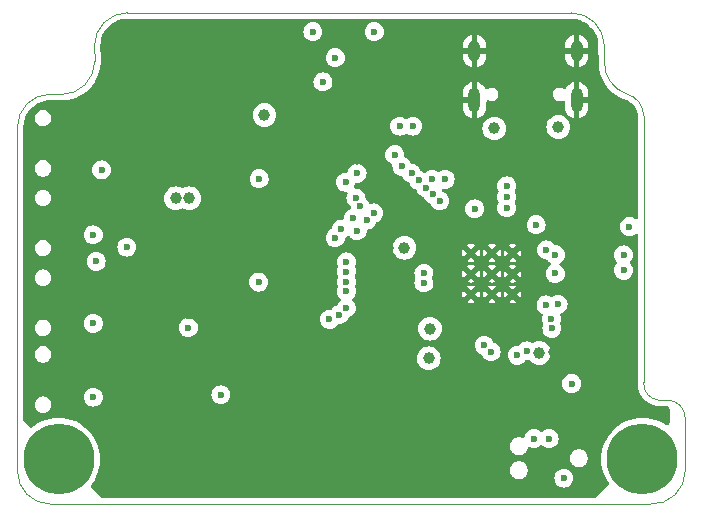
<source format=gbr>
%TF.GenerationSoftware,KiCad,Pcbnew,8.0.1*%
%TF.CreationDate,2024-07-24T10:43:19-04:00*%
%TF.ProjectId,bitaxe-ESP-OLED,62697461-7865-42d4-9553-502d4f4c4544,rev?*%
%TF.SameCoordinates,Original*%
%TF.FileFunction,Copper,L3,Inr*%
%TF.FilePolarity,Positive*%
%FSLAX46Y46*%
G04 Gerber Fmt 4.6, Leading zero omitted, Abs format (unit mm)*
G04 Created by KiCad (PCBNEW 8.0.1) date 2024-07-24 10:43:19*
%MOMM*%
%LPD*%
G01*
G04 APERTURE LIST*
%TA.AperFunction,ComponentPad*%
%ADD10C,0.800000*%
%TD*%
%TA.AperFunction,ComponentPad*%
%ADD11C,6.000000*%
%TD*%
%TA.AperFunction,ComponentPad*%
%ADD12O,1.000000X1.800000*%
%TD*%
%TA.AperFunction,ComponentPad*%
%ADD13O,1.000000X2.100000*%
%TD*%
%TA.AperFunction,HeatsinkPad*%
%ADD14C,0.500000*%
%TD*%
%TA.AperFunction,ViaPad*%
%ADD15C,0.600000*%
%TD*%
%TA.AperFunction,ViaPad*%
%ADD16C,1.000000*%
%TD*%
%TA.AperFunction,Profile*%
%ADD17C,0.100000*%
%TD*%
G04 APERTURE END LIST*
D10*
%TO.N,N/C*%
%TO.C,H3*%
X131323000Y-100000000D03*
X131982010Y-98409010D03*
X131982010Y-101590990D03*
X133573000Y-97750000D03*
D11*
X133573000Y-100000000D03*
D10*
X133573000Y-102250000D03*
X135163990Y-98409010D03*
X135163990Y-101590990D03*
X135823000Y-100000000D03*
%TD*%
%TO.N,N/C*%
%TO.C,H4*%
X180750000Y-100000000D03*
X181409010Y-98409010D03*
X181409010Y-101590990D03*
X183000000Y-97750000D03*
D11*
X183000000Y-100000000D03*
D10*
X183000000Y-102250000D03*
X184590990Y-98409010D03*
X184590990Y-101590990D03*
X185250000Y-100000000D03*
%TD*%
D12*
%TO.N,GND*%
%TO.C,J2*%
X168780000Y-65425000D03*
D13*
X168780000Y-69605000D03*
D12*
X177420000Y-65425000D03*
D13*
X177420000Y-69605000D03*
%TD*%
D14*
%TO.N,GND*%
%TO.C,U2*%
X168500000Y-82550000D03*
X168500000Y-84300000D03*
X168500000Y-86050000D03*
X170250000Y-82550000D03*
X170250000Y-84300000D03*
X170250000Y-86050000D03*
X172000000Y-82550000D03*
X172000000Y-84300000D03*
X172000000Y-86050000D03*
%TD*%
D15*
%TO.N,GND*%
X135500000Y-75250000D03*
X150600000Y-77250000D03*
X133750000Y-95500000D03*
X164815000Y-94900000D03*
D16*
X145200000Y-72400000D03*
D15*
X169700000Y-77200000D03*
X134000000Y-84750000D03*
X151800000Y-88050000D03*
X171650000Y-94670000D03*
X136510000Y-86750000D03*
D16*
X140250000Y-72500000D03*
D15*
X133750000Y-89250000D03*
X134250000Y-91250000D03*
D16*
X142700000Y-66550000D03*
D15*
X134750000Y-71750000D03*
X174850000Y-73900000D03*
X171850000Y-73900000D03*
X175100000Y-101600000D03*
X161000000Y-68000000D03*
X151950000Y-80250000D03*
X181900000Y-86500000D03*
X144650000Y-87850000D03*
X136500000Y-93200000D03*
D16*
X158800000Y-74600000D03*
D15*
X176250000Y-79650000D03*
X168400000Y-91200000D03*
X151650000Y-75350000D03*
D16*
X175550000Y-90950000D03*
X160700000Y-89200000D03*
X158450000Y-91500000D03*
D15*
X136500000Y-79750000D03*
X133500000Y-82250000D03*
X150550000Y-83600000D03*
X134750000Y-78250000D03*
D16*
X161450000Y-82150000D03*
D15*
X151900000Y-90600000D03*
D16*
%TO.N,/VBUS*%
X175875000Y-71875000D03*
X170450000Y-72000000D03*
X151000000Y-70850000D03*
D15*
%TO.N,/5V_BAP*%
X155100000Y-63800000D03*
X160300000Y-63800000D03*
%TO.N,/RESET*%
X164500000Y-85050000D03*
X139350000Y-82050000D03*
%TO.N,/3V3*%
X136500000Y-81000000D03*
X137200000Y-75500000D03*
D16*
X162850000Y-82100000D03*
X174250000Y-91000000D03*
X165005971Y-88950000D03*
D15*
X150500000Y-85000000D03*
D16*
X144650000Y-77900000D03*
D15*
X150550000Y-76250000D03*
X136510000Y-88500000D03*
X176350000Y-101600000D03*
X136500000Y-94750000D03*
D16*
X143500000Y-77900000D03*
X164900000Y-91450000D03*
D15*
X147300000Y-94550000D03*
X168800000Y-78800000D03*
%TO.N,/GPIO0*%
X136750000Y-83250000D03*
X164500000Y-84250000D03*
%TO.N,/I2C_SCL*%
X158849997Y-80660050D03*
X171500000Y-78700000D03*
%TO.N,/I2C_SCK*%
X159650000Y-79750000D03*
X171500000Y-77800000D03*
%TO.N,/TP_INT*%
X160250000Y-79150000D03*
X171500000Y-76850000D03*
%TO.N,/LCD_BLK*%
X177000000Y-93600000D03*
X144550000Y-88850000D03*
%TO.N,/SPI_CS*%
X175625000Y-82682028D03*
X181900000Y-80300000D03*
%TO.N,/SPI_Q*%
X181400002Y-82700000D03*
X175625437Y-84275735D03*
%TO.N,/SPI_WP*%
X174874265Y-82274265D03*
X181400002Y-84000000D03*
%TO.N,/LCD_D5*%
X169591469Y-90346804D03*
X157939272Y-85796801D03*
%TO.N,/LCD_WR*%
X165250000Y-77550000D03*
X159100000Y-78600000D03*
%TO.N,/LCD_D2*%
X157939272Y-83300000D03*
X173217157Y-90832843D03*
%TO.N,/LCD_D3*%
X157930576Y-84114497D03*
X172400000Y-91200000D03*
%TO.N,/LCD_D4*%
X170191469Y-90906468D03*
X157939272Y-84996798D03*
%TO.N,/LCD_CS*%
X164050000Y-76400000D03*
X157862434Y-76541968D03*
%TO.N,/LCD_D0*%
X157500000Y-80511957D03*
X175299264Y-88099264D03*
%TO.N,/LCD_D6*%
X174838815Y-86937935D03*
X157939272Y-87174265D03*
%TO.N,/TP_RESET*%
X156500000Y-88150000D03*
X174000000Y-80150000D03*
%TO.N,/LCD_DC*%
X158742228Y-77884456D03*
X164650000Y-77000000D03*
%TO.N,/LCD_RD*%
X158500000Y-79600000D03*
X165825078Y-78115687D03*
%TO.N,/LCD_D1*%
X175323529Y-88923529D03*
X157000000Y-81250000D03*
%TO.N,/LCD_D7*%
X157339272Y-87754259D03*
X175850000Y-86900000D03*
%TO.N,/LCD_RES*%
X163450000Y-75800000D03*
X158835713Y-75800000D03*
%TO.N,/BAP_RX*%
X162450000Y-71800000D03*
X166300000Y-76300000D03*
%TO.N,/BAP_TX*%
X165200000Y-76300000D03*
X163550000Y-71800000D03*
%TO.N,/GPIO2*%
X162624265Y-75200000D03*
X155950000Y-68050000D03*
%TO.N,/GPIO1*%
X157000000Y-66000000D03*
X162024265Y-74224265D03*
%TO.N,/P_RX*%
X173800000Y-98250000D03*
%TO.N,/P_TX*%
X175100000Y-98250000D03*
%TD*%
%TA.AperFunction,Conductor*%
%TO.N,GND*%
G36*
X176895390Y-62705388D02*
G01*
X176895524Y-62705399D01*
X176904209Y-62705399D01*
X176966356Y-62705399D01*
X176973843Y-62705625D01*
X177239791Y-62721712D01*
X177254652Y-62723516D01*
X177513039Y-62770867D01*
X177527564Y-62774448D01*
X177778352Y-62852597D01*
X177792343Y-62857902D01*
X178031899Y-62965717D01*
X178045145Y-62972670D01*
X178269953Y-63108571D01*
X178282264Y-63117069D01*
X178482796Y-63274176D01*
X178489049Y-63279075D01*
X178500257Y-63289005D01*
X178685994Y-63474742D01*
X178695924Y-63485950D01*
X178857926Y-63692729D01*
X178866430Y-63705049D01*
X178999364Y-63924949D01*
X179002326Y-63929848D01*
X179009285Y-63943107D01*
X179117095Y-64182651D01*
X179122404Y-64196652D01*
X179200549Y-64447428D01*
X179204133Y-64461967D01*
X179251482Y-64720345D01*
X179253287Y-64735209D01*
X179269375Y-65001173D01*
X179269601Y-65008660D01*
X179269601Y-65074482D01*
X179270123Y-65082049D01*
X179279397Y-66421653D01*
X179279400Y-66422480D01*
X179279442Y-66591039D01*
X179299626Y-66785369D01*
X179314761Y-66931094D01*
X179314761Y-66931096D01*
X179385015Y-67265654D01*
X179385020Y-67265672D01*
X179489464Y-67591192D01*
X179537479Y-67700476D01*
X179626983Y-67904191D01*
X179796099Y-68201307D01*
X179796103Y-68201313D01*
X179796104Y-68201314D01*
X179988429Y-68470171D01*
X179995005Y-68479363D01*
X180221572Y-68735383D01*
X180221574Y-68735385D01*
X180270719Y-68780517D01*
X180473376Y-68966627D01*
X180747721Y-69170621D01*
X181041672Y-69345181D01*
X181352084Y-69488440D01*
X181452867Y-69522863D01*
X181475937Y-69533493D01*
X181476789Y-69533997D01*
X181477308Y-69534304D01*
X181508027Y-69542891D01*
X181523828Y-69547308D01*
X181530499Y-69549376D01*
X181576206Y-69564976D01*
X181583904Y-69567603D01*
X181583870Y-69567700D01*
X181586108Y-69568321D01*
X181729232Y-69619707D01*
X181745569Y-69626941D01*
X181914441Y-69716785D01*
X181929566Y-69726289D01*
X182029957Y-69799977D01*
X182083773Y-69839478D01*
X182097381Y-69851064D01*
X182233708Y-69985239D01*
X182245508Y-69998659D01*
X182361136Y-70151040D01*
X182370885Y-70166018D01*
X182463410Y-70333442D01*
X182470904Y-70349666D01*
X182514497Y-70465266D01*
X182538394Y-70528634D01*
X182543479Y-70545767D01*
X182584546Y-70732593D01*
X182587115Y-70750279D01*
X182601222Y-70945537D01*
X182601544Y-70954483D01*
X182600762Y-79571005D01*
X182581071Y-79638043D01*
X182528263Y-79683793D01*
X182459104Y-79693730D01*
X182409236Y-79672171D01*
X182408158Y-79673889D01*
X182249523Y-79574211D01*
X182079254Y-79514631D01*
X182079249Y-79514630D01*
X181900004Y-79494435D01*
X181899996Y-79494435D01*
X181720750Y-79514630D01*
X181720745Y-79514631D01*
X181550476Y-79574211D01*
X181397737Y-79670184D01*
X181270184Y-79797737D01*
X181174211Y-79950476D01*
X181114631Y-80120745D01*
X181114630Y-80120750D01*
X181094435Y-80299996D01*
X181094435Y-80300003D01*
X181114630Y-80479249D01*
X181114631Y-80479254D01*
X181174211Y-80649523D01*
X181235924Y-80747738D01*
X181270184Y-80802262D01*
X181397738Y-80929816D01*
X181550478Y-81025789D01*
X181678955Y-81070745D01*
X181720745Y-81085368D01*
X181720750Y-81085369D01*
X181899996Y-81105565D01*
X181900000Y-81105565D01*
X181900004Y-81105565D01*
X182079249Y-81085369D01*
X182079252Y-81085368D01*
X182079255Y-81085368D01*
X182249522Y-81025789D01*
X182402262Y-80929816D01*
X182402262Y-80929815D01*
X182408158Y-80926111D01*
X182409381Y-80928057D01*
X182463994Y-80905756D01*
X182532691Y-80918507D01*
X182583588Y-80966374D01*
X182600630Y-81029122D01*
X182599501Y-93477724D01*
X182599186Y-93486546D01*
X182591882Y-93588823D01*
X182591882Y-93588827D01*
X182606747Y-93837980D01*
X182606747Y-93837981D01*
X182647195Y-94047738D01*
X182654006Y-94083061D01*
X182708833Y-94247738D01*
X182732852Y-94319882D01*
X182732852Y-94319883D01*
X182806236Y-94470911D01*
X182841933Y-94544379D01*
X182927779Y-94674500D01*
X182979379Y-94752714D01*
X182979381Y-94752718D01*
X183132379Y-94929255D01*
X183142853Y-94941340D01*
X183329544Y-95107008D01*
X183536261Y-95246890D01*
X183759468Y-95358594D01*
X183995346Y-95440208D01*
X184239859Y-95490335D01*
X184304827Y-95494975D01*
X184328085Y-95498886D01*
X184334108Y-95500500D01*
X184377722Y-95500500D01*
X184386556Y-95500814D01*
X184430065Y-95503923D01*
X184436185Y-95502743D01*
X184459663Y-95500500D01*
X185044033Y-95500500D01*
X185111072Y-95520185D01*
X185114282Y-95522319D01*
X185246249Y-95613046D01*
X185290341Y-95667246D01*
X185300000Y-95715227D01*
X185300000Y-96898911D01*
X185280315Y-96965950D01*
X185264011Y-96986261D01*
X185147849Y-97103303D01*
X185086653Y-97137019D01*
X185016943Y-97132297D01*
X184992303Y-97119948D01*
X184752656Y-96964320D01*
X184425739Y-96797746D01*
X184083206Y-96666260D01*
X184083199Y-96666258D01*
X183728794Y-96571295D01*
X183728790Y-96571294D01*
X183728789Y-96571294D01*
X183366405Y-96513898D01*
X183000001Y-96494696D01*
X182999999Y-96494696D01*
X182633594Y-96513898D01*
X182271211Y-96571294D01*
X182271209Y-96571294D01*
X181916793Y-96666260D01*
X181574260Y-96797746D01*
X181247343Y-96964320D01*
X180939635Y-97164147D01*
X180654498Y-97395047D01*
X180654490Y-97395054D01*
X180395054Y-97654490D01*
X180395047Y-97654498D01*
X180164147Y-97939635D01*
X179964320Y-98247343D01*
X179797746Y-98574260D01*
X179666260Y-98916793D01*
X179571294Y-99271209D01*
X179571294Y-99271211D01*
X179513898Y-99633594D01*
X179494696Y-99999999D01*
X179494696Y-100000000D01*
X179513898Y-100366405D01*
X179571294Y-100728788D01*
X179571294Y-100728790D01*
X179666260Y-101083206D01*
X179797746Y-101425739D01*
X179964320Y-101752656D01*
X180134947Y-102015400D01*
X180154951Y-102082345D01*
X180135585Y-102149477D01*
X180118964Y-102170285D01*
X179034615Y-103262850D01*
X178973418Y-103296566D01*
X178946603Y-103299500D01*
X137307861Y-103299500D01*
X137240822Y-103279815D01*
X137220863Y-103263859D01*
X136791310Y-102840900D01*
X136307033Y-102364056D01*
X136273075Y-102302993D01*
X136277521Y-102233265D01*
X136297663Y-102197671D01*
X136408851Y-102060366D01*
X136608682Y-101752652D01*
X136775255Y-101425736D01*
X136906742Y-101083199D01*
X136926501Y-101009459D01*
X171799200Y-101009459D01*
X171827858Y-101153534D01*
X171827861Y-101153544D01*
X171884078Y-101289266D01*
X171884083Y-101289275D01*
X171965698Y-101411419D01*
X171965701Y-101411423D01*
X172069576Y-101515298D01*
X172069580Y-101515301D01*
X172191724Y-101596916D01*
X172191733Y-101596921D01*
X172199174Y-101600003D01*
X172327458Y-101653140D01*
X172471540Y-101681799D01*
X172471544Y-101681800D01*
X172471545Y-101681800D01*
X172618456Y-101681800D01*
X172618457Y-101681799D01*
X172762542Y-101653140D01*
X172890826Y-101600003D01*
X175544435Y-101600003D01*
X175564630Y-101779249D01*
X175564631Y-101779254D01*
X175624211Y-101949523D01*
X175665605Y-102015400D01*
X175720184Y-102102262D01*
X175847738Y-102229816D01*
X176000478Y-102325789D01*
X176066957Y-102349051D01*
X176170745Y-102385368D01*
X176170750Y-102385369D01*
X176349996Y-102405565D01*
X176350000Y-102405565D01*
X176350004Y-102405565D01*
X176529249Y-102385369D01*
X176529252Y-102385368D01*
X176529255Y-102385368D01*
X176699522Y-102325789D01*
X176852262Y-102229816D01*
X176979816Y-102102262D01*
X177075789Y-101949522D01*
X177135368Y-101779255D01*
X177138365Y-101752656D01*
X177155565Y-101600003D01*
X177155565Y-101599996D01*
X177135369Y-101420750D01*
X177135368Y-101420745D01*
X177132105Y-101411419D01*
X177075789Y-101250478D01*
X176979816Y-101097738D01*
X176852262Y-100970184D01*
X176797200Y-100935586D01*
X176699523Y-100874211D01*
X176529254Y-100814631D01*
X176529249Y-100814630D01*
X176350004Y-100794435D01*
X176349996Y-100794435D01*
X176170750Y-100814630D01*
X176170745Y-100814631D01*
X176000476Y-100874211D01*
X175847737Y-100970184D01*
X175720184Y-101097737D01*
X175624211Y-101250476D01*
X175564631Y-101420745D01*
X175564630Y-101420750D01*
X175544435Y-101599996D01*
X175544435Y-101600003D01*
X172890826Y-101600003D01*
X172898269Y-101596920D01*
X173020420Y-101515301D01*
X173124301Y-101411420D01*
X173205920Y-101289269D01*
X173262140Y-101153542D01*
X173290800Y-101009455D01*
X173290800Y-100862545D01*
X173262140Y-100718458D01*
X173205920Y-100582731D01*
X173205919Y-100582730D01*
X173205916Y-100582724D01*
X173124301Y-100460580D01*
X173124298Y-100460576D01*
X173020423Y-100356701D01*
X173020419Y-100356698D01*
X172898275Y-100275083D01*
X172898266Y-100275078D01*
X172762544Y-100218861D01*
X172762545Y-100218861D01*
X172762542Y-100218860D01*
X172762538Y-100218859D01*
X172762534Y-100218858D01*
X172618459Y-100190200D01*
X172618455Y-100190200D01*
X172471545Y-100190200D01*
X172471540Y-100190200D01*
X172327465Y-100218858D01*
X172327455Y-100218861D01*
X172191733Y-100275078D01*
X172191724Y-100275083D01*
X172069580Y-100356698D01*
X172069576Y-100356701D01*
X171965701Y-100460576D01*
X171965698Y-100460580D01*
X171884083Y-100582724D01*
X171884078Y-100582733D01*
X171827861Y-100718455D01*
X171827858Y-100718465D01*
X171799200Y-100862540D01*
X171799200Y-101009459D01*
X136926501Y-101009459D01*
X137001705Y-100728794D01*
X137059102Y-100366404D01*
X137078304Y-100000000D01*
X137077961Y-99993459D01*
X176879200Y-99993459D01*
X176907858Y-100137534D01*
X176907861Y-100137544D01*
X176964078Y-100273266D01*
X176964083Y-100273275D01*
X177045698Y-100395419D01*
X177045701Y-100395423D01*
X177149576Y-100499298D01*
X177149580Y-100499301D01*
X177271724Y-100580916D01*
X177271730Y-100580919D01*
X177271731Y-100580920D01*
X177407458Y-100637140D01*
X177551540Y-100665799D01*
X177551544Y-100665800D01*
X177551545Y-100665800D01*
X177698456Y-100665800D01*
X177698457Y-100665799D01*
X177842542Y-100637140D01*
X177978269Y-100580920D01*
X178100420Y-100499301D01*
X178204301Y-100395420D01*
X178285920Y-100273269D01*
X178342140Y-100137542D01*
X178370800Y-99993455D01*
X178370800Y-99846545D01*
X178342140Y-99702458D01*
X178285920Y-99566731D01*
X178285919Y-99566730D01*
X178285916Y-99566724D01*
X178204301Y-99444580D01*
X178204298Y-99444576D01*
X178100423Y-99340701D01*
X178100419Y-99340698D01*
X177978275Y-99259083D01*
X177978266Y-99259078D01*
X177842544Y-99202861D01*
X177842545Y-99202861D01*
X177842542Y-99202860D01*
X177842538Y-99202859D01*
X177842534Y-99202858D01*
X177698459Y-99174200D01*
X177698455Y-99174200D01*
X177551545Y-99174200D01*
X177551540Y-99174200D01*
X177407465Y-99202858D01*
X177407455Y-99202861D01*
X177271733Y-99259078D01*
X177271724Y-99259083D01*
X177149580Y-99340698D01*
X177149576Y-99340701D01*
X177045701Y-99444576D01*
X177045698Y-99444580D01*
X176964083Y-99566724D01*
X176964078Y-99566733D01*
X176907861Y-99702455D01*
X176907858Y-99702465D01*
X176879200Y-99846540D01*
X176879200Y-99993459D01*
X137077961Y-99993459D01*
X137059102Y-99633596D01*
X137001705Y-99271206D01*
X136922995Y-98977459D01*
X171799200Y-98977459D01*
X171827858Y-99121534D01*
X171827861Y-99121544D01*
X171884078Y-99257266D01*
X171884083Y-99257275D01*
X171965698Y-99379419D01*
X171965701Y-99379423D01*
X172069576Y-99483298D01*
X172069580Y-99483301D01*
X172191724Y-99564916D01*
X172191730Y-99564919D01*
X172191731Y-99564920D01*
X172327458Y-99621140D01*
X172471540Y-99649799D01*
X172471544Y-99649800D01*
X172471545Y-99649800D01*
X172618456Y-99649800D01*
X172618457Y-99649799D01*
X172762542Y-99621140D01*
X172898269Y-99564920D01*
X173020420Y-99483301D01*
X173124301Y-99379420D01*
X173205920Y-99257269D01*
X173262140Y-99121542D01*
X173273838Y-99062728D01*
X173306222Y-99000820D01*
X173366937Y-98966245D01*
X173436707Y-98969984D01*
X173449264Y-98975204D01*
X173450471Y-98975784D01*
X173450478Y-98975789D01*
X173620745Y-99035368D01*
X173620750Y-99035369D01*
X173799996Y-99055565D01*
X173800000Y-99055565D01*
X173800004Y-99055565D01*
X173979249Y-99035369D01*
X173979252Y-99035368D01*
X173979255Y-99035368D01*
X174149522Y-98975789D01*
X174302262Y-98879816D01*
X174362319Y-98819759D01*
X174423642Y-98786274D01*
X174493334Y-98791258D01*
X174537681Y-98819759D01*
X174597738Y-98879816D01*
X174750478Y-98975789D01*
X174920745Y-99035368D01*
X174920750Y-99035369D01*
X175099996Y-99055565D01*
X175100000Y-99055565D01*
X175100004Y-99055565D01*
X175279249Y-99035369D01*
X175279252Y-99035368D01*
X175279255Y-99035368D01*
X175449522Y-98975789D01*
X175602262Y-98879816D01*
X175729816Y-98752262D01*
X175825789Y-98599522D01*
X175885368Y-98429255D01*
X175885445Y-98428576D01*
X175905565Y-98250003D01*
X175905565Y-98249996D01*
X175885369Y-98070750D01*
X175885368Y-98070745D01*
X175825789Y-97900478D01*
X175729816Y-97747738D01*
X175602262Y-97620184D01*
X175449523Y-97524211D01*
X175279254Y-97464631D01*
X175279249Y-97464630D01*
X175100004Y-97444435D01*
X175099996Y-97444435D01*
X174920750Y-97464630D01*
X174920745Y-97464631D01*
X174750476Y-97524211D01*
X174597737Y-97620184D01*
X174537681Y-97680241D01*
X174476358Y-97713726D01*
X174406666Y-97708742D01*
X174362319Y-97680241D01*
X174302262Y-97620184D01*
X174149523Y-97524211D01*
X173979254Y-97464631D01*
X173979249Y-97464630D01*
X173800004Y-97444435D01*
X173799996Y-97444435D01*
X173620750Y-97464630D01*
X173620745Y-97464631D01*
X173450476Y-97524211D01*
X173297737Y-97620184D01*
X173170184Y-97747737D01*
X173074211Y-97900476D01*
X173014631Y-98070745D01*
X173014630Y-98070749D01*
X173009339Y-98117714D01*
X172982272Y-98182128D01*
X172924677Y-98221683D01*
X172854840Y-98223820D01*
X172838667Y-98218391D01*
X172762548Y-98186862D01*
X172762544Y-98186860D01*
X172762542Y-98186860D01*
X172762538Y-98186859D01*
X172762534Y-98186858D01*
X172618459Y-98158200D01*
X172618455Y-98158200D01*
X172471545Y-98158200D01*
X172471540Y-98158200D01*
X172327465Y-98186858D01*
X172327455Y-98186861D01*
X172191733Y-98243078D01*
X172191729Y-98243081D01*
X172069580Y-98324698D01*
X172069576Y-98324701D01*
X171965701Y-98428576D01*
X171965698Y-98428580D01*
X171884083Y-98550724D01*
X171884078Y-98550733D01*
X171827861Y-98686455D01*
X171827858Y-98686465D01*
X171799200Y-98830540D01*
X171799200Y-98977459D01*
X136922995Y-98977459D01*
X136906742Y-98916801D01*
X136775255Y-98574264D01*
X136608682Y-98247348D01*
X136605911Y-98243081D01*
X136408852Y-97939635D01*
X136279468Y-97779860D01*
X136177949Y-97654494D01*
X135918506Y-97395051D01*
X135832355Y-97325287D01*
X135633364Y-97164147D01*
X135325656Y-96964320D01*
X134998739Y-96797746D01*
X134656206Y-96666260D01*
X134656199Y-96666258D01*
X134301794Y-96571295D01*
X134301790Y-96571294D01*
X134301789Y-96571294D01*
X133939405Y-96513898D01*
X133573001Y-96494696D01*
X133572999Y-96494696D01*
X133206594Y-96513898D01*
X132844211Y-96571294D01*
X132844209Y-96571294D01*
X132489793Y-96666260D01*
X132147260Y-96797746D01*
X131820343Y-96964320D01*
X131512630Y-97164151D01*
X131331734Y-97310637D01*
X131267247Y-97337529D01*
X131198458Y-97325287D01*
X131166699Y-97302628D01*
X130611524Y-96755974D01*
X130577566Y-96694913D01*
X130574525Y-96667597D01*
X130574815Y-95443995D01*
X131549499Y-95443995D01*
X131576418Y-95579322D01*
X131576421Y-95579332D01*
X131629221Y-95706804D01*
X131629228Y-95706817D01*
X131705885Y-95821541D01*
X131705888Y-95821545D01*
X131803454Y-95919111D01*
X131803458Y-95919114D01*
X131918182Y-95995771D01*
X131918195Y-95995778D01*
X132045667Y-96048578D01*
X132045672Y-96048580D01*
X132045676Y-96048580D01*
X132045677Y-96048581D01*
X132181004Y-96075500D01*
X132181007Y-96075500D01*
X132318995Y-96075500D01*
X132410041Y-96057389D01*
X132454328Y-96048580D01*
X132552924Y-96007740D01*
X132581804Y-95995778D01*
X132581804Y-95995777D01*
X132581811Y-95995775D01*
X132696542Y-95919114D01*
X132794114Y-95821542D01*
X132870775Y-95706811D01*
X132923580Y-95579328D01*
X132935344Y-95520185D01*
X132950500Y-95443995D01*
X132950500Y-95306004D01*
X132923581Y-95170677D01*
X132923580Y-95170676D01*
X132923580Y-95170672D01*
X132897210Y-95107008D01*
X132870778Y-95043195D01*
X132870771Y-95043182D01*
X132794114Y-94928458D01*
X132794111Y-94928454D01*
X132696545Y-94830888D01*
X132696541Y-94830885D01*
X132581817Y-94754228D01*
X132581804Y-94754221D01*
X132571621Y-94750003D01*
X135694435Y-94750003D01*
X135714630Y-94929249D01*
X135714631Y-94929254D01*
X135774211Y-95099523D01*
X135824662Y-95179815D01*
X135870184Y-95252262D01*
X135997738Y-95379816D01*
X136150478Y-95475789D01*
X136283453Y-95522319D01*
X136320745Y-95535368D01*
X136320750Y-95535369D01*
X136499996Y-95555565D01*
X136500000Y-95555565D01*
X136500004Y-95555565D01*
X136679249Y-95535369D01*
X136679252Y-95535368D01*
X136679255Y-95535368D01*
X136849522Y-95475789D01*
X137002262Y-95379816D01*
X137129816Y-95252262D01*
X137225789Y-95099522D01*
X137285368Y-94929255D01*
X137285458Y-94928458D01*
X137305565Y-94750003D01*
X137305565Y-94749996D01*
X137285369Y-94570750D01*
X137285368Y-94570745D01*
X137278110Y-94550003D01*
X146494435Y-94550003D01*
X146514630Y-94729249D01*
X146514631Y-94729254D01*
X146574211Y-94899523D01*
X146600487Y-94941340D01*
X146670184Y-95052262D01*
X146797738Y-95179816D01*
X146888080Y-95236582D01*
X146904485Y-95246890D01*
X146950478Y-95275789D01*
X147120745Y-95335368D01*
X147120750Y-95335369D01*
X147299996Y-95355565D01*
X147300000Y-95355565D01*
X147300004Y-95355565D01*
X147479249Y-95335369D01*
X147479252Y-95335368D01*
X147479255Y-95335368D01*
X147649522Y-95275789D01*
X147802262Y-95179816D01*
X147929816Y-95052262D01*
X148025789Y-94899522D01*
X148085368Y-94729255D01*
X148088504Y-94701421D01*
X148105565Y-94550003D01*
X148105565Y-94549996D01*
X148085369Y-94370750D01*
X148085368Y-94370745D01*
X148042326Y-94247738D01*
X148025789Y-94200478D01*
X147929816Y-94047738D01*
X147802262Y-93920184D01*
X147746692Y-93885267D01*
X147649523Y-93824211D01*
X147479254Y-93764631D01*
X147479249Y-93764630D01*
X147300004Y-93744435D01*
X147299996Y-93744435D01*
X147120750Y-93764630D01*
X147120745Y-93764631D01*
X146950476Y-93824211D01*
X146797737Y-93920184D01*
X146670184Y-94047737D01*
X146574211Y-94200476D01*
X146514631Y-94370745D01*
X146514630Y-94370750D01*
X146494435Y-94549996D01*
X146494435Y-94550003D01*
X137278110Y-94550003D01*
X137260438Y-94499500D01*
X137225789Y-94400478D01*
X137216295Y-94385369D01*
X137129815Y-94247737D01*
X137002262Y-94120184D01*
X136849523Y-94024211D01*
X136679254Y-93964631D01*
X136679249Y-93964630D01*
X136500004Y-93944435D01*
X136499996Y-93944435D01*
X136320750Y-93964630D01*
X136320745Y-93964631D01*
X136150476Y-94024211D01*
X135997737Y-94120184D01*
X135870184Y-94247737D01*
X135774211Y-94400476D01*
X135714631Y-94570745D01*
X135714630Y-94570750D01*
X135694435Y-94749996D01*
X135694435Y-94750003D01*
X132571621Y-94750003D01*
X132454332Y-94701421D01*
X132454322Y-94701418D01*
X132318995Y-94674500D01*
X132318993Y-94674500D01*
X132181007Y-94674500D01*
X132181005Y-94674500D01*
X132045677Y-94701418D01*
X132045667Y-94701421D01*
X131918195Y-94754221D01*
X131918182Y-94754228D01*
X131803458Y-94830885D01*
X131803454Y-94830888D01*
X131705888Y-94928454D01*
X131705885Y-94928458D01*
X131629228Y-95043182D01*
X131629221Y-95043195D01*
X131576421Y-95170667D01*
X131576418Y-95170677D01*
X131549500Y-95306004D01*
X131549500Y-95306007D01*
X131549500Y-95443993D01*
X131549500Y-95443995D01*
X131549499Y-95443995D01*
X130574815Y-95443995D01*
X130575252Y-93600003D01*
X176194435Y-93600003D01*
X176214630Y-93779249D01*
X176214631Y-93779254D01*
X176274211Y-93949523D01*
X176335924Y-94047738D01*
X176370184Y-94102262D01*
X176497738Y-94229816D01*
X176526259Y-94247737D01*
X176641078Y-94319883D01*
X176650478Y-94325789D01*
X176778955Y-94370745D01*
X176820745Y-94385368D01*
X176820750Y-94385369D01*
X176999996Y-94405565D01*
X177000000Y-94405565D01*
X177000004Y-94405565D01*
X177179249Y-94385369D01*
X177179252Y-94385368D01*
X177179255Y-94385368D01*
X177349522Y-94325789D01*
X177502262Y-94229816D01*
X177629816Y-94102262D01*
X177725789Y-93949522D01*
X177785368Y-93779255D01*
X177787016Y-93764630D01*
X177805565Y-93600003D01*
X177805565Y-93599996D01*
X177785369Y-93420750D01*
X177785368Y-93420745D01*
X177725788Y-93250476D01*
X177629815Y-93097737D01*
X177502262Y-92970184D01*
X177349523Y-92874211D01*
X177179254Y-92814631D01*
X177179249Y-92814630D01*
X177000004Y-92794435D01*
X176999996Y-92794435D01*
X176820750Y-92814630D01*
X176820745Y-92814631D01*
X176650476Y-92874211D01*
X176497737Y-92970184D01*
X176370184Y-93097737D01*
X176274211Y-93250476D01*
X176214631Y-93420745D01*
X176214630Y-93420750D01*
X176194435Y-93599996D01*
X176194435Y-93600003D01*
X130575252Y-93600003D01*
X130575822Y-91193995D01*
X131549499Y-91193995D01*
X131576418Y-91329322D01*
X131576421Y-91329332D01*
X131629221Y-91456804D01*
X131629228Y-91456817D01*
X131705885Y-91571541D01*
X131705888Y-91571545D01*
X131803454Y-91669111D01*
X131803458Y-91669114D01*
X131918182Y-91745771D01*
X131918195Y-91745778D01*
X132045667Y-91798578D01*
X132045672Y-91798580D01*
X132045676Y-91798580D01*
X132045677Y-91798581D01*
X132181004Y-91825500D01*
X132181007Y-91825500D01*
X132318995Y-91825500D01*
X132410041Y-91807389D01*
X132454328Y-91798580D01*
X132581811Y-91745775D01*
X132696542Y-91669114D01*
X132794114Y-91571542D01*
X132870775Y-91456811D01*
X132873596Y-91450000D01*
X163894659Y-91450000D01*
X163913975Y-91646129D01*
X163926947Y-91688892D01*
X163944203Y-91745778D01*
X163971188Y-91834733D01*
X164064086Y-92008532D01*
X164064090Y-92008539D01*
X164189116Y-92160883D01*
X164341460Y-92285909D01*
X164341467Y-92285913D01*
X164515266Y-92378811D01*
X164515269Y-92378811D01*
X164515273Y-92378814D01*
X164703868Y-92436024D01*
X164900000Y-92455341D01*
X165096132Y-92436024D01*
X165284727Y-92378814D01*
X165458538Y-92285910D01*
X165610883Y-92160883D01*
X165735910Y-92008538D01*
X165828814Y-91834727D01*
X165886024Y-91646132D01*
X165905341Y-91450000D01*
X165886024Y-91253868D01*
X165828814Y-91065273D01*
X165828811Y-91065269D01*
X165828811Y-91065266D01*
X165735913Y-90891467D01*
X165735909Y-90891460D01*
X165610883Y-90739116D01*
X165458539Y-90614090D01*
X165458532Y-90614086D01*
X165284733Y-90521188D01*
X165284727Y-90521186D01*
X165096132Y-90463976D01*
X165096129Y-90463975D01*
X164900000Y-90444659D01*
X164703870Y-90463975D01*
X164515266Y-90521188D01*
X164341467Y-90614086D01*
X164341460Y-90614090D01*
X164189116Y-90739116D01*
X164064090Y-90891460D01*
X164064086Y-90891467D01*
X163971188Y-91065266D01*
X163913975Y-91253870D01*
X163894659Y-91450000D01*
X132873596Y-91450000D01*
X132923580Y-91329328D01*
X132950075Y-91196132D01*
X132950500Y-91193995D01*
X132950500Y-91056004D01*
X132923581Y-90920677D01*
X132923580Y-90920676D01*
X132923580Y-90920672D01*
X132893920Y-90849066D01*
X132870778Y-90793195D01*
X132870771Y-90793182D01*
X132794114Y-90678458D01*
X132794111Y-90678454D01*
X132696545Y-90580888D01*
X132696541Y-90580885D01*
X132581817Y-90504228D01*
X132581804Y-90504221D01*
X132454332Y-90451421D01*
X132454322Y-90451418D01*
X132318995Y-90424500D01*
X132318993Y-90424500D01*
X132181007Y-90424500D01*
X132181005Y-90424500D01*
X132045677Y-90451418D01*
X132045667Y-90451421D01*
X131918195Y-90504221D01*
X131918182Y-90504228D01*
X131803458Y-90580885D01*
X131803454Y-90580888D01*
X131705888Y-90678454D01*
X131705885Y-90678458D01*
X131629228Y-90793182D01*
X131629221Y-90793195D01*
X131576421Y-90920667D01*
X131576418Y-90920677D01*
X131549500Y-91056004D01*
X131549500Y-91056007D01*
X131549500Y-91193993D01*
X131549500Y-91193995D01*
X131549499Y-91193995D01*
X130575822Y-91193995D01*
X130576023Y-90346807D01*
X168785904Y-90346807D01*
X168806099Y-90526053D01*
X168806100Y-90526058D01*
X168865680Y-90696327D01*
X168926543Y-90793189D01*
X168961653Y-90849066D01*
X169089207Y-90976620D01*
X169241947Y-91072593D01*
X169367404Y-91116492D01*
X169424180Y-91157214D01*
X169443491Y-91192579D01*
X169465679Y-91255988D01*
X169465681Y-91255992D01*
X169511761Y-91329328D01*
X169561653Y-91408730D01*
X169689207Y-91536284D01*
X169841947Y-91632257D01*
X170003801Y-91688892D01*
X170012214Y-91691836D01*
X170012219Y-91691837D01*
X170191465Y-91712033D01*
X170191469Y-91712033D01*
X170191473Y-91712033D01*
X170370718Y-91691837D01*
X170370721Y-91691836D01*
X170370724Y-91691836D01*
X170540991Y-91632257D01*
X170693731Y-91536284D01*
X170821285Y-91408730D01*
X170917258Y-91255990D01*
X170936849Y-91200003D01*
X171594435Y-91200003D01*
X171614630Y-91379249D01*
X171614631Y-91379254D01*
X171674211Y-91549523D01*
X171770184Y-91702262D01*
X171897738Y-91829816D01*
X172050478Y-91925789D01*
X172220745Y-91985368D01*
X172220750Y-91985369D01*
X172399996Y-92005565D01*
X172400000Y-92005565D01*
X172400004Y-92005565D01*
X172579249Y-91985369D01*
X172579252Y-91985368D01*
X172579255Y-91985368D01*
X172749522Y-91925789D01*
X172902262Y-91829816D01*
X173029816Y-91702262D01*
X173038219Y-91688888D01*
X173090548Y-91642599D01*
X173157094Y-91631640D01*
X173217157Y-91638408D01*
X173217161Y-91638408D01*
X173390444Y-91618884D01*
X173459266Y-91630939D01*
X173500179Y-91663438D01*
X173539118Y-91710885D01*
X173691460Y-91835909D01*
X173691467Y-91835913D01*
X173865266Y-91928811D01*
X173865269Y-91928811D01*
X173865273Y-91928814D01*
X174053868Y-91986024D01*
X174250000Y-92005341D01*
X174446132Y-91986024D01*
X174634727Y-91928814D01*
X174640387Y-91925789D01*
X174808532Y-91835913D01*
X174808538Y-91835910D01*
X174960883Y-91710883D01*
X175085910Y-91558538D01*
X175178814Y-91384727D01*
X175236024Y-91196132D01*
X175255341Y-91000000D01*
X175236024Y-90803868D01*
X175178814Y-90615273D01*
X175178811Y-90615269D01*
X175178811Y-90615266D01*
X175085913Y-90441467D01*
X175085909Y-90441460D01*
X174960883Y-90289116D01*
X174808539Y-90164090D01*
X174808532Y-90164086D01*
X174634733Y-90071188D01*
X174634727Y-90071186D01*
X174446132Y-90013976D01*
X174446129Y-90013975D01*
X174250000Y-89994659D01*
X174053870Y-90013975D01*
X173943437Y-90047475D01*
X173865273Y-90071186D01*
X173865272Y-90071186D01*
X173865267Y-90071188D01*
X173736564Y-90139982D01*
X173668162Y-90154224D01*
X173612139Y-90135618D01*
X173566680Y-90107054D01*
X173396411Y-90047474D01*
X173396406Y-90047473D01*
X173217161Y-90027278D01*
X173217153Y-90027278D01*
X173037907Y-90047473D01*
X173037902Y-90047474D01*
X172867633Y-90107054D01*
X172714894Y-90203027D01*
X172587343Y-90330578D01*
X172587339Y-90330584D01*
X172578934Y-90343959D01*
X172526597Y-90390247D01*
X172460062Y-90401202D01*
X172400000Y-90394435D01*
X172399998Y-90394435D01*
X172399996Y-90394435D01*
X172220750Y-90414630D01*
X172220745Y-90414631D01*
X172050476Y-90474211D01*
X171897737Y-90570184D01*
X171770184Y-90697737D01*
X171674211Y-90850476D01*
X171614631Y-91020745D01*
X171614630Y-91020750D01*
X171594435Y-91199996D01*
X171594435Y-91200003D01*
X170936849Y-91200003D01*
X170976837Y-91085723D01*
X170976838Y-91085717D01*
X170997034Y-90906471D01*
X170997034Y-90906464D01*
X170976838Y-90727218D01*
X170976837Y-90727213D01*
X170966523Y-90697737D01*
X170917258Y-90556946D01*
X170897850Y-90526059D01*
X170850952Y-90451421D01*
X170821285Y-90404206D01*
X170693731Y-90276652D01*
X170576558Y-90203027D01*
X170540992Y-90180679D01*
X170415532Y-90136779D01*
X170358756Y-90096057D01*
X170339445Y-90060690D01*
X170317258Y-89997282D01*
X170317258Y-89997281D01*
X170256953Y-89901308D01*
X170221285Y-89844542D01*
X170093731Y-89716988D01*
X170080854Y-89708897D01*
X169940992Y-89621015D01*
X169770723Y-89561435D01*
X169770718Y-89561434D01*
X169591473Y-89541239D01*
X169591465Y-89541239D01*
X169412219Y-89561434D01*
X169412214Y-89561435D01*
X169241945Y-89621015D01*
X169089206Y-89716988D01*
X168961653Y-89844541D01*
X168865680Y-89997280D01*
X168806100Y-90167549D01*
X168806099Y-90167554D01*
X168785904Y-90346800D01*
X168785904Y-90346807D01*
X130576023Y-90346807D01*
X130576355Y-88943995D01*
X131549499Y-88943995D01*
X131576418Y-89079322D01*
X131576421Y-89079332D01*
X131629221Y-89206804D01*
X131629228Y-89206817D01*
X131705885Y-89321541D01*
X131705888Y-89321545D01*
X131803454Y-89419111D01*
X131803458Y-89419114D01*
X131918182Y-89495771D01*
X131918195Y-89495778D01*
X132027949Y-89541239D01*
X132045672Y-89548580D01*
X132045676Y-89548580D01*
X132045677Y-89548581D01*
X132181004Y-89575500D01*
X132181007Y-89575500D01*
X132318995Y-89575500D01*
X132410041Y-89557389D01*
X132454328Y-89548580D01*
X132581811Y-89495775D01*
X132696542Y-89419114D01*
X132794114Y-89321542D01*
X132870775Y-89206811D01*
X132923580Y-89079328D01*
X132933541Y-89029249D01*
X132950500Y-88943995D01*
X132950500Y-88806004D01*
X132923581Y-88670677D01*
X132923580Y-88670676D01*
X132923580Y-88670672D01*
X132898395Y-88609869D01*
X132870778Y-88543195D01*
X132870771Y-88543182D01*
X132841919Y-88500003D01*
X135704435Y-88500003D01*
X135724630Y-88679249D01*
X135724631Y-88679254D01*
X135784211Y-88849523D01*
X135850842Y-88955565D01*
X135880184Y-89002262D01*
X136007738Y-89129816D01*
X136033700Y-89146129D01*
X136130263Y-89206804D01*
X136160478Y-89225789D01*
X136295545Y-89273051D01*
X136330745Y-89285368D01*
X136330750Y-89285369D01*
X136509996Y-89305565D01*
X136510000Y-89305565D01*
X136510004Y-89305565D01*
X136689249Y-89285369D01*
X136689252Y-89285368D01*
X136689255Y-89285368D01*
X136859522Y-89225789D01*
X137012262Y-89129816D01*
X137139816Y-89002262D01*
X137235487Y-88850003D01*
X143744435Y-88850003D01*
X143764630Y-89029249D01*
X143764631Y-89029254D01*
X143824211Y-89199523D01*
X143878152Y-89285369D01*
X143920184Y-89352262D01*
X144047738Y-89479816D01*
X144138080Y-89536582D01*
X144164758Y-89553345D01*
X144200478Y-89575789D01*
X144370745Y-89635368D01*
X144370750Y-89635369D01*
X144549996Y-89655565D01*
X144550000Y-89655565D01*
X144550004Y-89655565D01*
X144729249Y-89635369D01*
X144729252Y-89635368D01*
X144729255Y-89635368D01*
X144899522Y-89575789D01*
X145052262Y-89479816D01*
X145179816Y-89352262D01*
X145275789Y-89199522D01*
X145335368Y-89029255D01*
X145335369Y-89029249D01*
X145355565Y-88850003D01*
X145355565Y-88849996D01*
X145335369Y-88670750D01*
X145335368Y-88670745D01*
X145335341Y-88670667D01*
X145275789Y-88500478D01*
X145275188Y-88499522D01*
X145207293Y-88391467D01*
X145179816Y-88347738D01*
X145052262Y-88220184D01*
X145022396Y-88201418D01*
X144940570Y-88150003D01*
X155694435Y-88150003D01*
X155714630Y-88329249D01*
X155714631Y-88329254D01*
X155774211Y-88499523D01*
X155815525Y-88565273D01*
X155870184Y-88652262D01*
X155997738Y-88779816D01*
X156150478Y-88875789D01*
X156286900Y-88923525D01*
X156320745Y-88935368D01*
X156320750Y-88935369D01*
X156499996Y-88955565D01*
X156500000Y-88955565D01*
X156500004Y-88955565D01*
X156549395Y-88950000D01*
X164000630Y-88950000D01*
X164019946Y-89146129D01*
X164019947Y-89146132D01*
X164073157Y-89321542D01*
X164077159Y-89334733D01*
X164170057Y-89508532D01*
X164170061Y-89508539D01*
X164295087Y-89660883D01*
X164447431Y-89785909D01*
X164447438Y-89785913D01*
X164621237Y-89878811D01*
X164621240Y-89878811D01*
X164621244Y-89878814D01*
X164809839Y-89936024D01*
X165005971Y-89955341D01*
X165202103Y-89936024D01*
X165390698Y-89878814D01*
X165564509Y-89785910D01*
X165716854Y-89660883D01*
X165841881Y-89508538D01*
X165889681Y-89419111D01*
X165934782Y-89334733D01*
X165934782Y-89334732D01*
X165934785Y-89334727D01*
X165991995Y-89146132D01*
X166011312Y-88950000D01*
X165991995Y-88753868D01*
X165934785Y-88565273D01*
X165934782Y-88565269D01*
X165934782Y-88565266D01*
X165841884Y-88391467D01*
X165841880Y-88391460D01*
X165716854Y-88239116D01*
X165564510Y-88114090D01*
X165564503Y-88114086D01*
X165390704Y-88021188D01*
X165390698Y-88021186D01*
X165202103Y-87963976D01*
X165202100Y-87963975D01*
X165005971Y-87944659D01*
X164809841Y-87963975D01*
X164621237Y-88021188D01*
X164447438Y-88114086D01*
X164447431Y-88114090D01*
X164295087Y-88239116D01*
X164170061Y-88391460D01*
X164170057Y-88391467D01*
X164077159Y-88565266D01*
X164019946Y-88753870D01*
X164000630Y-88950000D01*
X156549395Y-88950000D01*
X156679249Y-88935369D01*
X156679252Y-88935368D01*
X156679255Y-88935368D01*
X156849522Y-88875789D01*
X157002262Y-88779816D01*
X157129816Y-88652262D01*
X157156454Y-88609867D01*
X157208786Y-88563577D01*
X157275329Y-88552619D01*
X157330898Y-88558880D01*
X157339271Y-88559824D01*
X157339272Y-88559824D01*
X157339276Y-88559824D01*
X157518521Y-88539628D01*
X157518524Y-88539627D01*
X157518527Y-88539627D01*
X157688794Y-88480048D01*
X157841534Y-88384075D01*
X157969088Y-88256521D01*
X158065061Y-88103781D01*
X158095355Y-88017202D01*
X158136075Y-87960429D01*
X158171438Y-87941118D01*
X158259215Y-87910403D01*
X158288792Y-87900055D01*
X158288794Y-87900054D01*
X158441534Y-87804081D01*
X158569088Y-87676527D01*
X158665061Y-87523787D01*
X158724640Y-87353520D01*
X158725664Y-87344435D01*
X158744837Y-87174268D01*
X158744837Y-87174261D01*
X158724641Y-86995015D01*
X158724640Y-86995010D01*
X158704670Y-86937938D01*
X174033250Y-86937938D01*
X174053445Y-87117184D01*
X174053446Y-87117189D01*
X174113026Y-87287458D01*
X174161518Y-87364632D01*
X174208999Y-87440197D01*
X174336553Y-87567751D01*
X174425135Y-87623411D01*
X174495189Y-87667429D01*
X174494194Y-87669011D01*
X174539107Y-87709555D01*
X174557426Y-87776980D01*
X174550494Y-87815416D01*
X174513896Y-87920006D01*
X174513894Y-87920014D01*
X174493699Y-88099260D01*
X174493699Y-88099267D01*
X174513894Y-88278513D01*
X174513897Y-88278526D01*
X174573473Y-88448782D01*
X174573477Y-88448791D01*
X174585433Y-88467819D01*
X174604433Y-88535056D01*
X174597481Y-88574744D01*
X174538161Y-88744271D01*
X174538159Y-88744279D01*
X174517964Y-88923525D01*
X174517964Y-88923532D01*
X174538159Y-89102778D01*
X174538160Y-89102783D01*
X174597740Y-89273052D01*
X174689516Y-89419111D01*
X174693713Y-89425791D01*
X174821267Y-89553345D01*
X174911609Y-89610111D01*
X174951805Y-89635368D01*
X174974007Y-89649318D01*
X175144274Y-89708897D01*
X175144279Y-89708898D01*
X175323525Y-89729094D01*
X175323529Y-89729094D01*
X175323533Y-89729094D01*
X175502778Y-89708898D01*
X175502781Y-89708897D01*
X175502784Y-89708897D01*
X175673051Y-89649318D01*
X175825791Y-89553345D01*
X175953345Y-89425791D01*
X176049318Y-89273051D01*
X176108897Y-89102784D01*
X176108898Y-89102778D01*
X176129094Y-88923532D01*
X176129094Y-88923525D01*
X176108898Y-88744279D01*
X176108897Y-88744274D01*
X176049317Y-88574004D01*
X176037359Y-88554974D01*
X176018358Y-88487738D01*
X176025309Y-88448052D01*
X176084632Y-88278519D01*
X176087369Y-88254228D01*
X176104829Y-88099267D01*
X176104829Y-88099260D01*
X176084633Y-87920014D01*
X176084630Y-87920001D01*
X176046398Y-87810742D01*
X176042835Y-87740964D01*
X176077564Y-87680336D01*
X176122483Y-87652745D01*
X176199522Y-87625789D01*
X176352262Y-87529816D01*
X176479816Y-87402262D01*
X176575789Y-87249522D01*
X176635368Y-87079255D01*
X176641090Y-87028470D01*
X176655565Y-86900003D01*
X176655565Y-86899996D01*
X176635369Y-86720750D01*
X176635368Y-86720745D01*
X176589062Y-86588411D01*
X176575789Y-86550478D01*
X176479816Y-86397738D01*
X176352262Y-86270184D01*
X176319805Y-86249790D01*
X176199523Y-86174211D01*
X176029254Y-86114631D01*
X176029249Y-86114630D01*
X175850004Y-86094435D01*
X175849996Y-86094435D01*
X175670750Y-86114630D01*
X175670745Y-86114631D01*
X175500476Y-86174211D01*
X175380192Y-86249791D01*
X175312955Y-86268791D01*
X175248247Y-86249790D01*
X175188339Y-86212146D01*
X175018069Y-86152566D01*
X175018064Y-86152565D01*
X174838819Y-86132370D01*
X174838811Y-86132370D01*
X174659565Y-86152565D01*
X174659560Y-86152566D01*
X174489291Y-86212146D01*
X174336552Y-86308119D01*
X174208999Y-86435672D01*
X174113026Y-86588411D01*
X174053446Y-86758680D01*
X174053445Y-86758685D01*
X174033250Y-86937931D01*
X174033250Y-86937938D01*
X158704670Y-86937938D01*
X158665061Y-86824743D01*
X158605697Y-86730266D01*
X168173285Y-86730266D01*
X168332056Y-86785824D01*
X168499996Y-86804746D01*
X168500004Y-86804746D01*
X168667943Y-86785824D01*
X168826713Y-86730267D01*
X168826714Y-86730266D01*
X169923285Y-86730266D01*
X170082056Y-86785824D01*
X170249996Y-86804746D01*
X170250004Y-86804746D01*
X170417943Y-86785824D01*
X170576713Y-86730267D01*
X170576714Y-86730266D01*
X171673285Y-86730266D01*
X171832056Y-86785824D01*
X171999996Y-86804746D01*
X172000004Y-86804746D01*
X172167943Y-86785824D01*
X172326713Y-86730267D01*
X172326714Y-86730266D01*
X172000001Y-86403553D01*
X172000000Y-86403553D01*
X171673285Y-86730266D01*
X170576714Y-86730266D01*
X170250001Y-86403553D01*
X170250000Y-86403553D01*
X169923285Y-86730266D01*
X168826714Y-86730266D01*
X168500001Y-86403553D01*
X168500000Y-86403553D01*
X168173285Y-86730266D01*
X158605697Y-86730266D01*
X158569088Y-86672003D01*
X158470299Y-86573214D01*
X158436814Y-86511891D01*
X158441798Y-86442199D01*
X158470299Y-86397852D01*
X158491438Y-86376713D01*
X158569088Y-86299063D01*
X158665061Y-86146323D01*
X158698765Y-86050003D01*
X167745254Y-86050003D01*
X167764175Y-86217938D01*
X167764176Y-86217943D01*
X167819732Y-86376714D01*
X168116610Y-86079837D01*
X168350000Y-86079837D01*
X168372836Y-86134968D01*
X168415032Y-86177164D01*
X168470163Y-86200000D01*
X168529837Y-86200000D01*
X168584968Y-86177164D01*
X168627164Y-86134968D01*
X168650000Y-86079837D01*
X168650000Y-86050001D01*
X168853553Y-86050001D01*
X169180266Y-86376714D01*
X169180267Y-86376713D01*
X169235824Y-86217943D01*
X169251780Y-86076328D01*
X169262528Y-86050747D01*
X169261789Y-86049252D01*
X169487471Y-86049252D01*
X169497140Y-86068817D01*
X169498220Y-86076328D01*
X169514175Y-86217938D01*
X169514176Y-86217943D01*
X169569732Y-86376714D01*
X169866610Y-86079837D01*
X170100000Y-86079837D01*
X170122836Y-86134968D01*
X170165032Y-86177164D01*
X170220163Y-86200000D01*
X170279837Y-86200000D01*
X170334968Y-86177164D01*
X170377164Y-86134968D01*
X170400000Y-86079837D01*
X170400000Y-86050001D01*
X170603553Y-86050001D01*
X170930266Y-86376714D01*
X170930267Y-86376713D01*
X170985824Y-86217943D01*
X171001780Y-86076328D01*
X171012528Y-86050747D01*
X171011789Y-86049252D01*
X171237471Y-86049252D01*
X171247140Y-86068817D01*
X171248220Y-86076328D01*
X171264175Y-86217938D01*
X171264176Y-86217943D01*
X171319732Y-86376714D01*
X171616610Y-86079837D01*
X171850000Y-86079837D01*
X171872836Y-86134968D01*
X171915032Y-86177164D01*
X171970163Y-86200000D01*
X172029837Y-86200000D01*
X172084968Y-86177164D01*
X172127164Y-86134968D01*
X172150000Y-86079837D01*
X172150000Y-86050001D01*
X172353553Y-86050001D01*
X172680266Y-86376714D01*
X172680267Y-86376713D01*
X172735824Y-86217943D01*
X172754746Y-86050003D01*
X172754746Y-86049996D01*
X172735824Y-85882056D01*
X172680266Y-85723285D01*
X172353553Y-86049999D01*
X172353553Y-86050001D01*
X172150000Y-86050001D01*
X172150000Y-86020163D01*
X172127164Y-85965032D01*
X172084968Y-85922836D01*
X172029837Y-85900000D01*
X171970163Y-85900000D01*
X171915032Y-85922836D01*
X171872836Y-85965032D01*
X171850000Y-86020163D01*
X171850000Y-86079837D01*
X171616610Y-86079837D01*
X171646447Y-86050000D01*
X171319732Y-85723285D01*
X171264176Y-85882053D01*
X171264175Y-85882058D01*
X171248220Y-86023671D01*
X171237471Y-86049252D01*
X171011789Y-86049252D01*
X171002860Y-86031182D01*
X171001780Y-86023671D01*
X170985824Y-85882056D01*
X170930266Y-85723285D01*
X170603553Y-86049999D01*
X170603553Y-86050001D01*
X170400000Y-86050001D01*
X170400000Y-86020163D01*
X170377164Y-85965032D01*
X170334968Y-85922836D01*
X170279837Y-85900000D01*
X170220163Y-85900000D01*
X170165032Y-85922836D01*
X170122836Y-85965032D01*
X170100000Y-86020163D01*
X170100000Y-86079837D01*
X169866610Y-86079837D01*
X169896447Y-86050000D01*
X169569732Y-85723285D01*
X169514176Y-85882053D01*
X169514175Y-85882058D01*
X169498220Y-86023671D01*
X169487471Y-86049252D01*
X169261789Y-86049252D01*
X169252860Y-86031182D01*
X169251780Y-86023671D01*
X169235824Y-85882056D01*
X169180266Y-85723285D01*
X168853553Y-86049999D01*
X168853553Y-86050001D01*
X168650000Y-86050001D01*
X168650000Y-86020163D01*
X168627164Y-85965032D01*
X168584968Y-85922836D01*
X168529837Y-85900000D01*
X168470163Y-85900000D01*
X168415032Y-85922836D01*
X168372836Y-85965032D01*
X168350000Y-86020163D01*
X168350000Y-86079837D01*
X168116610Y-86079837D01*
X168146447Y-86050000D01*
X167819732Y-85723285D01*
X167764176Y-85882053D01*
X167764175Y-85882058D01*
X167745254Y-86049996D01*
X167745254Y-86050003D01*
X158698765Y-86050003D01*
X158724640Y-85976056D01*
X158725882Y-85965032D01*
X158744837Y-85796804D01*
X158744837Y-85796797D01*
X158724641Y-85617551D01*
X158724640Y-85617546D01*
X158662761Y-85440706D01*
X158664907Y-85439954D01*
X158655309Y-85381655D01*
X158663663Y-85353208D01*
X158662761Y-85352893D01*
X158724638Y-85176060D01*
X158724641Y-85176047D01*
X158738843Y-85050003D01*
X163694435Y-85050003D01*
X163714630Y-85229249D01*
X163714631Y-85229254D01*
X163774211Y-85399523D01*
X163838767Y-85502262D01*
X163870184Y-85552262D01*
X163997738Y-85679816D01*
X164150478Y-85775789D01*
X164235573Y-85805565D01*
X164320745Y-85835368D01*
X164320750Y-85835369D01*
X164499996Y-85855565D01*
X164500000Y-85855565D01*
X164500004Y-85855565D01*
X164679249Y-85835369D01*
X164679252Y-85835368D01*
X164679255Y-85835368D01*
X164849522Y-85775789D01*
X165002262Y-85679816D01*
X165129816Y-85552262D01*
X165225789Y-85399522D01*
X165236213Y-85369732D01*
X168173285Y-85369732D01*
X168500000Y-85696447D01*
X168500001Y-85696447D01*
X168826714Y-85369732D01*
X169923285Y-85369732D01*
X170250000Y-85696447D01*
X170250001Y-85696447D01*
X170576714Y-85369732D01*
X171673285Y-85369732D01*
X172000000Y-85696447D01*
X172000001Y-85696447D01*
X172326714Y-85369732D01*
X172167943Y-85314176D01*
X172167938Y-85314175D01*
X172026328Y-85298220D01*
X172000746Y-85287471D01*
X171981182Y-85297140D01*
X171973671Y-85298220D01*
X171832058Y-85314175D01*
X171832053Y-85314176D01*
X171673285Y-85369732D01*
X170576714Y-85369732D01*
X170417943Y-85314176D01*
X170417938Y-85314175D01*
X170276328Y-85298220D01*
X170250746Y-85287471D01*
X170231182Y-85297140D01*
X170223671Y-85298220D01*
X170082058Y-85314175D01*
X170082053Y-85314176D01*
X169923285Y-85369732D01*
X168826714Y-85369732D01*
X168667943Y-85314176D01*
X168667938Y-85314175D01*
X168526328Y-85298220D01*
X168500746Y-85287471D01*
X168481182Y-85297140D01*
X168473671Y-85298220D01*
X168332058Y-85314175D01*
X168332053Y-85314176D01*
X168173285Y-85369732D01*
X165236213Y-85369732D01*
X165285368Y-85229255D01*
X165291002Y-85179254D01*
X165305565Y-85050003D01*
X165305565Y-85049996D01*
X165297708Y-84980266D01*
X168173285Y-84980266D01*
X168332056Y-85035824D01*
X168473671Y-85051780D01*
X168499252Y-85062528D01*
X168518817Y-85052860D01*
X168526328Y-85051780D01*
X168667943Y-85035824D01*
X168826713Y-84980267D01*
X168826714Y-84980266D01*
X169923285Y-84980266D01*
X170082056Y-85035824D01*
X170223671Y-85051780D01*
X170249252Y-85062528D01*
X170268817Y-85052860D01*
X170276328Y-85051780D01*
X170417943Y-85035824D01*
X170576713Y-84980267D01*
X170576714Y-84980266D01*
X171673285Y-84980266D01*
X171832056Y-85035824D01*
X171973671Y-85051780D01*
X171999252Y-85062528D01*
X172018817Y-85052860D01*
X172026328Y-85051780D01*
X172167943Y-85035824D01*
X172326713Y-84980267D01*
X172326714Y-84980266D01*
X172000001Y-84653553D01*
X172000000Y-84653553D01*
X171673285Y-84980266D01*
X170576714Y-84980266D01*
X170250001Y-84653553D01*
X170250000Y-84653553D01*
X169923285Y-84980266D01*
X168826714Y-84980266D01*
X168500001Y-84653553D01*
X168500000Y-84653553D01*
X168173285Y-84980266D01*
X165297708Y-84980266D01*
X165285369Y-84870750D01*
X165285366Y-84870737D01*
X165223489Y-84693905D01*
X165225637Y-84693153D01*
X165216035Y-84634872D01*
X165224392Y-84606411D01*
X165223489Y-84606095D01*
X165285366Y-84429262D01*
X165285369Y-84429249D01*
X165299931Y-84300003D01*
X167745254Y-84300003D01*
X167764175Y-84467938D01*
X167764176Y-84467943D01*
X167819732Y-84626714D01*
X168116610Y-84329837D01*
X168350000Y-84329837D01*
X168372836Y-84384968D01*
X168415032Y-84427164D01*
X168470163Y-84450000D01*
X168529837Y-84450000D01*
X168584968Y-84427164D01*
X168627164Y-84384968D01*
X168650000Y-84329837D01*
X168650000Y-84300001D01*
X168853553Y-84300001D01*
X169180266Y-84626714D01*
X169180267Y-84626713D01*
X169235824Y-84467943D01*
X169251780Y-84326328D01*
X169262528Y-84300747D01*
X169261789Y-84299252D01*
X169487471Y-84299252D01*
X169497140Y-84318817D01*
X169498220Y-84326328D01*
X169514175Y-84467938D01*
X169514176Y-84467943D01*
X169569732Y-84626714D01*
X169866610Y-84329837D01*
X170100000Y-84329837D01*
X170122836Y-84384968D01*
X170165032Y-84427164D01*
X170220163Y-84450000D01*
X170279837Y-84450000D01*
X170334968Y-84427164D01*
X170377164Y-84384968D01*
X170400000Y-84329837D01*
X170400000Y-84300001D01*
X170603553Y-84300001D01*
X170930266Y-84626714D01*
X170930267Y-84626713D01*
X170985824Y-84467943D01*
X171001780Y-84326328D01*
X171012528Y-84300747D01*
X171011789Y-84299252D01*
X171237471Y-84299252D01*
X171247140Y-84318817D01*
X171248220Y-84326328D01*
X171264175Y-84467938D01*
X171264176Y-84467943D01*
X171319732Y-84626714D01*
X171616610Y-84329837D01*
X171850000Y-84329837D01*
X171872836Y-84384968D01*
X171915032Y-84427164D01*
X171970163Y-84450000D01*
X172029837Y-84450000D01*
X172084968Y-84427164D01*
X172127164Y-84384968D01*
X172150000Y-84329837D01*
X172150000Y-84300001D01*
X172353553Y-84300001D01*
X172680266Y-84626714D01*
X172680267Y-84626713D01*
X172735824Y-84467943D01*
X172754746Y-84300003D01*
X172754746Y-84299996D01*
X172735824Y-84132056D01*
X172680266Y-83973285D01*
X172353553Y-84299999D01*
X172353553Y-84300001D01*
X172150000Y-84300001D01*
X172150000Y-84270163D01*
X172127164Y-84215032D01*
X172084968Y-84172836D01*
X172029837Y-84150000D01*
X171970163Y-84150000D01*
X171915032Y-84172836D01*
X171872836Y-84215032D01*
X171850000Y-84270163D01*
X171850000Y-84329837D01*
X171616610Y-84329837D01*
X171646447Y-84300000D01*
X171319732Y-83973285D01*
X171264176Y-84132053D01*
X171264175Y-84132058D01*
X171248220Y-84273671D01*
X171237471Y-84299252D01*
X171011789Y-84299252D01*
X171002860Y-84281182D01*
X171001780Y-84273671D01*
X170985824Y-84132056D01*
X170930266Y-83973285D01*
X170603553Y-84299999D01*
X170603553Y-84300001D01*
X170400000Y-84300001D01*
X170400000Y-84270163D01*
X170377164Y-84215032D01*
X170334968Y-84172836D01*
X170279837Y-84150000D01*
X170220163Y-84150000D01*
X170165032Y-84172836D01*
X170122836Y-84215032D01*
X170100000Y-84270163D01*
X170100000Y-84329837D01*
X169866610Y-84329837D01*
X169896447Y-84300000D01*
X169569732Y-83973285D01*
X169514176Y-84132053D01*
X169514175Y-84132058D01*
X169498220Y-84273671D01*
X169487471Y-84299252D01*
X169261789Y-84299252D01*
X169252860Y-84281182D01*
X169251780Y-84273671D01*
X169235824Y-84132056D01*
X169180266Y-83973285D01*
X168853553Y-84299999D01*
X168853553Y-84300001D01*
X168650000Y-84300001D01*
X168650000Y-84270163D01*
X168627164Y-84215032D01*
X168584968Y-84172836D01*
X168529837Y-84150000D01*
X168470163Y-84150000D01*
X168415032Y-84172836D01*
X168372836Y-84215032D01*
X168350000Y-84270163D01*
X168350000Y-84329837D01*
X168116610Y-84329837D01*
X168146447Y-84300000D01*
X167819732Y-83973285D01*
X167764176Y-84132053D01*
X167764175Y-84132058D01*
X167745254Y-84299996D01*
X167745254Y-84300003D01*
X165299931Y-84300003D01*
X165305565Y-84250003D01*
X165305565Y-84249996D01*
X165285369Y-84070750D01*
X165285368Y-84070745D01*
X165243614Y-83951420D01*
X165225789Y-83900478D01*
X165129816Y-83747738D01*
X165002262Y-83620184D01*
X165001543Y-83619732D01*
X168173285Y-83619732D01*
X168500000Y-83946447D01*
X168500001Y-83946447D01*
X168826714Y-83619732D01*
X169923285Y-83619732D01*
X170250000Y-83946447D01*
X170250001Y-83946447D01*
X170576714Y-83619732D01*
X171673285Y-83619732D01*
X172000000Y-83946447D01*
X172000001Y-83946447D01*
X172326714Y-83619732D01*
X172167943Y-83564176D01*
X172167938Y-83564175D01*
X172026328Y-83548220D01*
X172000746Y-83537471D01*
X171981182Y-83547140D01*
X171973671Y-83548220D01*
X171832058Y-83564175D01*
X171832053Y-83564176D01*
X171673285Y-83619732D01*
X170576714Y-83619732D01*
X170417943Y-83564176D01*
X170417938Y-83564175D01*
X170276328Y-83548220D01*
X170250746Y-83537471D01*
X170231182Y-83547140D01*
X170223671Y-83548220D01*
X170082058Y-83564175D01*
X170082053Y-83564176D01*
X169923285Y-83619732D01*
X168826714Y-83619732D01*
X168667943Y-83564176D01*
X168667938Y-83564175D01*
X168526328Y-83548220D01*
X168500746Y-83537471D01*
X168481182Y-83547140D01*
X168473671Y-83548220D01*
X168332058Y-83564175D01*
X168332053Y-83564176D01*
X168173285Y-83619732D01*
X165001543Y-83619732D01*
X164913126Y-83564176D01*
X164849523Y-83524211D01*
X164679254Y-83464631D01*
X164679249Y-83464630D01*
X164500004Y-83444435D01*
X164499996Y-83444435D01*
X164320750Y-83464630D01*
X164320745Y-83464631D01*
X164150476Y-83524211D01*
X163997737Y-83620184D01*
X163870184Y-83747737D01*
X163774211Y-83900476D01*
X163714631Y-84070745D01*
X163714630Y-84070750D01*
X163694435Y-84249996D01*
X163694435Y-84250003D01*
X163714630Y-84429249D01*
X163714633Y-84429262D01*
X163776510Y-84606094D01*
X163774364Y-84606844D01*
X163783962Y-84665144D01*
X163775609Y-84693590D01*
X163776510Y-84693906D01*
X163714633Y-84870737D01*
X163714630Y-84870750D01*
X163694435Y-85049996D01*
X163694435Y-85050003D01*
X158738843Y-85050003D01*
X158744837Y-84996801D01*
X158744837Y-84996794D01*
X158724641Y-84817548D01*
X158724640Y-84817543D01*
X158665061Y-84647276D01*
X158654089Y-84629815D01*
X158644591Y-84614699D01*
X158625591Y-84547464D01*
X158644593Y-84482752D01*
X158656365Y-84464019D01*
X158704545Y-84326328D01*
X158715942Y-84293759D01*
X158715945Y-84293746D01*
X158736141Y-84114500D01*
X158736141Y-84114493D01*
X158715945Y-83935247D01*
X158715942Y-83935234D01*
X158654065Y-83758402D01*
X158656483Y-83757555D01*
X158647043Y-83700270D01*
X158662737Y-83656136D01*
X158662038Y-83655799D01*
X158665054Y-83649531D01*
X158665061Y-83649522D01*
X158718173Y-83497737D01*
X158724638Y-83479262D01*
X158724641Y-83479249D01*
X158744837Y-83300003D01*
X158744837Y-83299996D01*
X158736980Y-83230266D01*
X168173285Y-83230266D01*
X168332056Y-83285824D01*
X168473671Y-83301780D01*
X168499252Y-83312528D01*
X168518817Y-83302860D01*
X168526328Y-83301780D01*
X168667943Y-83285824D01*
X168826713Y-83230267D01*
X168826714Y-83230266D01*
X169923285Y-83230266D01*
X170082056Y-83285824D01*
X170223671Y-83301780D01*
X170249252Y-83312528D01*
X170268817Y-83302860D01*
X170276328Y-83301780D01*
X170417943Y-83285824D01*
X170576713Y-83230267D01*
X170576714Y-83230266D01*
X171673285Y-83230266D01*
X171832056Y-83285824D01*
X171973671Y-83301780D01*
X171999252Y-83312528D01*
X172018817Y-83302860D01*
X172026328Y-83301780D01*
X172167943Y-83285824D01*
X172326713Y-83230267D01*
X172326714Y-83230266D01*
X172000001Y-82903553D01*
X172000000Y-82903553D01*
X171673285Y-83230266D01*
X170576714Y-83230266D01*
X170250001Y-82903553D01*
X170250000Y-82903553D01*
X169923285Y-83230266D01*
X168826714Y-83230266D01*
X168500001Y-82903553D01*
X168500000Y-82903553D01*
X168173285Y-83230266D01*
X158736980Y-83230266D01*
X158724641Y-83120750D01*
X158724640Y-83120745D01*
X158665060Y-82950476D01*
X158592733Y-82835369D01*
X158569088Y-82797738D01*
X158441534Y-82670184D01*
X158385488Y-82634968D01*
X158288795Y-82574211D01*
X158118526Y-82514631D01*
X158118521Y-82514630D01*
X157939276Y-82494435D01*
X157939268Y-82494435D01*
X157760022Y-82514630D01*
X157760017Y-82514631D01*
X157589748Y-82574211D01*
X157437009Y-82670184D01*
X157309456Y-82797737D01*
X157213483Y-82950476D01*
X157153903Y-83120745D01*
X157153902Y-83120750D01*
X157133707Y-83299996D01*
X157133707Y-83300003D01*
X157153902Y-83479249D01*
X157153903Y-83479254D01*
X157215783Y-83656095D01*
X157213363Y-83656941D01*
X157222804Y-83714227D01*
X157207110Y-83758367D01*
X157207807Y-83758703D01*
X157204786Y-83764975D01*
X157145209Y-83935234D01*
X157145206Y-83935247D01*
X157125011Y-84114493D01*
X157125011Y-84114500D01*
X157145206Y-84293746D01*
X157145207Y-84293751D01*
X157204788Y-84464022D01*
X157225255Y-84496596D01*
X157244255Y-84563833D01*
X157225257Y-84628536D01*
X157213483Y-84647274D01*
X157213481Y-84647279D01*
X157153905Y-84817535D01*
X157153902Y-84817548D01*
X157133707Y-84996794D01*
X157133707Y-84996801D01*
X157153902Y-85176047D01*
X157153905Y-85176060D01*
X157215782Y-85352892D01*
X157213638Y-85353641D01*
X157223232Y-85411959D01*
X157214884Y-85440393D01*
X157215782Y-85440707D01*
X157153905Y-85617538D01*
X157153902Y-85617551D01*
X157133707Y-85796797D01*
X157133707Y-85796804D01*
X157153902Y-85976050D01*
X157153903Y-85976055D01*
X157213483Y-86146324D01*
X157309456Y-86299063D01*
X157408245Y-86397852D01*
X157441730Y-86459175D01*
X157436746Y-86528867D01*
X157408245Y-86573214D01*
X157309456Y-86672002D01*
X157213484Y-86824740D01*
X157213483Y-86824741D01*
X157183187Y-86911321D01*
X157142465Y-86968097D01*
X157107101Y-86987406D01*
X156989752Y-87028468D01*
X156837009Y-87124443D01*
X156709454Y-87251998D01*
X156709450Y-87252003D01*
X156682815Y-87294392D01*
X156630480Y-87340682D01*
X156563941Y-87351639D01*
X156500000Y-87344435D01*
X156499998Y-87344435D01*
X156499996Y-87344435D01*
X156320750Y-87364630D01*
X156320745Y-87364631D01*
X156150476Y-87424211D01*
X155997737Y-87520184D01*
X155870184Y-87647737D01*
X155774211Y-87800476D01*
X155714631Y-87970745D01*
X155714630Y-87970750D01*
X155694435Y-88149996D01*
X155694435Y-88150003D01*
X144940570Y-88150003D01*
X144899523Y-88124211D01*
X144729254Y-88064631D01*
X144729249Y-88064630D01*
X144550004Y-88044435D01*
X144549996Y-88044435D01*
X144370750Y-88064630D01*
X144370745Y-88064631D01*
X144200476Y-88124211D01*
X144047737Y-88220184D01*
X143920184Y-88347737D01*
X143824211Y-88500476D01*
X143764631Y-88670745D01*
X143764630Y-88670750D01*
X143744435Y-88849996D01*
X143744435Y-88850003D01*
X137235487Y-88850003D01*
X137235789Y-88849522D01*
X137295368Y-88679255D01*
X137295369Y-88679249D01*
X137315565Y-88500003D01*
X137315565Y-88499996D01*
X137295369Y-88320750D01*
X137295368Y-88320745D01*
X137253614Y-88201420D01*
X137235789Y-88150478D01*
X137139816Y-87997738D01*
X137012262Y-87870184D01*
X136859523Y-87774211D01*
X136689254Y-87714631D01*
X136689249Y-87714630D01*
X136510004Y-87694435D01*
X136509996Y-87694435D01*
X136330750Y-87714630D01*
X136330745Y-87714631D01*
X136160476Y-87774211D01*
X136007737Y-87870184D01*
X135880184Y-87997737D01*
X135784211Y-88150476D01*
X135724631Y-88320745D01*
X135724630Y-88320750D01*
X135704435Y-88499996D01*
X135704435Y-88500003D01*
X132841919Y-88500003D01*
X132794114Y-88428458D01*
X132794111Y-88428454D01*
X132696545Y-88330888D01*
X132696541Y-88330885D01*
X132581817Y-88254228D01*
X132581804Y-88254221D01*
X132454332Y-88201421D01*
X132454322Y-88201418D01*
X132318995Y-88174500D01*
X132318993Y-88174500D01*
X132181007Y-88174500D01*
X132181005Y-88174500D01*
X132045677Y-88201418D01*
X132045667Y-88201421D01*
X131918195Y-88254221D01*
X131918182Y-88254228D01*
X131803458Y-88330885D01*
X131803454Y-88330888D01*
X131705888Y-88428454D01*
X131705885Y-88428458D01*
X131629228Y-88543182D01*
X131629221Y-88543195D01*
X131576421Y-88670667D01*
X131576418Y-88670677D01*
X131549500Y-88806004D01*
X131549500Y-88806007D01*
X131549500Y-88943993D01*
X131549500Y-88943995D01*
X131549499Y-88943995D01*
X130576355Y-88943995D01*
X130577362Y-84693995D01*
X131549499Y-84693995D01*
X131576418Y-84829322D01*
X131576421Y-84829332D01*
X131629221Y-84956804D01*
X131629228Y-84956817D01*
X131705885Y-85071541D01*
X131705888Y-85071545D01*
X131803454Y-85169111D01*
X131803458Y-85169114D01*
X131918182Y-85245771D01*
X131918195Y-85245778D01*
X132044803Y-85298220D01*
X132045672Y-85298580D01*
X132045676Y-85298580D01*
X132045677Y-85298581D01*
X132181004Y-85325500D01*
X132181007Y-85325500D01*
X132318995Y-85325500D01*
X132410041Y-85307389D01*
X132454328Y-85298580D01*
X132581811Y-85245775D01*
X132696542Y-85169114D01*
X132794114Y-85071542D01*
X132841915Y-85000003D01*
X149694435Y-85000003D01*
X149714630Y-85179249D01*
X149714631Y-85179254D01*
X149774211Y-85349523D01*
X149831033Y-85439954D01*
X149870184Y-85502262D01*
X149997738Y-85629816D01*
X150088080Y-85686582D01*
X150103780Y-85696447D01*
X150150478Y-85725789D01*
X150293367Y-85775788D01*
X150320745Y-85785368D01*
X150320750Y-85785369D01*
X150499996Y-85805565D01*
X150500000Y-85805565D01*
X150500004Y-85805565D01*
X150679249Y-85785369D01*
X150679252Y-85785368D01*
X150679255Y-85785368D01*
X150849522Y-85725789D01*
X151002262Y-85629816D01*
X151129816Y-85502262D01*
X151225789Y-85349522D01*
X151285368Y-85179255D01*
X151285729Y-85176053D01*
X151305565Y-85000003D01*
X151305565Y-84999996D01*
X151285369Y-84820750D01*
X151285368Y-84820745D01*
X151241016Y-84693995D01*
X151225789Y-84650478D01*
X151210856Y-84626713D01*
X151166427Y-84556004D01*
X151129816Y-84497738D01*
X151002262Y-84370184D01*
X150969379Y-84349522D01*
X150849523Y-84274211D01*
X150679254Y-84214631D01*
X150679249Y-84214630D01*
X150500004Y-84194435D01*
X150499996Y-84194435D01*
X150320750Y-84214630D01*
X150320745Y-84214631D01*
X150150476Y-84274211D01*
X149997737Y-84370184D01*
X149870184Y-84497737D01*
X149774211Y-84650476D01*
X149714631Y-84820745D01*
X149714630Y-84820750D01*
X149694435Y-84999996D01*
X149694435Y-85000003D01*
X132841915Y-85000003D01*
X132870775Y-84956811D01*
X132923580Y-84829328D01*
X132933790Y-84777997D01*
X132950500Y-84693995D01*
X132950500Y-84556004D01*
X132923581Y-84420677D01*
X132923580Y-84420676D01*
X132923580Y-84420672D01*
X132908791Y-84384968D01*
X132870778Y-84293195D01*
X132870771Y-84293182D01*
X132794114Y-84178458D01*
X132794111Y-84178454D01*
X132696545Y-84080888D01*
X132696541Y-84080885D01*
X132581817Y-84004228D01*
X132581804Y-84004221D01*
X132454332Y-83951421D01*
X132454322Y-83951418D01*
X132318995Y-83924500D01*
X132318993Y-83924500D01*
X132181007Y-83924500D01*
X132181005Y-83924500D01*
X132045677Y-83951418D01*
X132045667Y-83951421D01*
X131918195Y-84004221D01*
X131918182Y-84004228D01*
X131803458Y-84080885D01*
X131803454Y-84080888D01*
X131705888Y-84178454D01*
X131705885Y-84178458D01*
X131629228Y-84293182D01*
X131629221Y-84293195D01*
X131576421Y-84420667D01*
X131576418Y-84420677D01*
X131549500Y-84556004D01*
X131549500Y-84556007D01*
X131549500Y-84693993D01*
X131549500Y-84693995D01*
X131549499Y-84693995D01*
X130577362Y-84693995D01*
X130577704Y-83250003D01*
X135944435Y-83250003D01*
X135964630Y-83429249D01*
X135964631Y-83429254D01*
X136024211Y-83599523D01*
X136096248Y-83714168D01*
X136120184Y-83752262D01*
X136247738Y-83879816D01*
X136318852Y-83924500D01*
X136361696Y-83951421D01*
X136400478Y-83975789D01*
X136481752Y-84004228D01*
X136570745Y-84035368D01*
X136570750Y-84035369D01*
X136749996Y-84055565D01*
X136750000Y-84055565D01*
X136750004Y-84055565D01*
X136929249Y-84035369D01*
X136929252Y-84035368D01*
X136929255Y-84035368D01*
X137099522Y-83975789D01*
X137252262Y-83879816D01*
X137379816Y-83752262D01*
X137475789Y-83599522D01*
X137535368Y-83429255D01*
X137535369Y-83429249D01*
X137555565Y-83250003D01*
X137555565Y-83249996D01*
X137535369Y-83070750D01*
X137535368Y-83070745D01*
X137488187Y-82935909D01*
X137475789Y-82900478D01*
X137460856Y-82876713D01*
X137397905Y-82776527D01*
X137379816Y-82747738D01*
X137252262Y-82620184D01*
X137099523Y-82524211D01*
X136929254Y-82464631D01*
X136929249Y-82464630D01*
X136750004Y-82444435D01*
X136749996Y-82444435D01*
X136570750Y-82464630D01*
X136570745Y-82464631D01*
X136400476Y-82524211D01*
X136247737Y-82620184D01*
X136120184Y-82747737D01*
X136024211Y-82900476D01*
X135964631Y-83070745D01*
X135964630Y-83070750D01*
X135944435Y-83249996D01*
X135944435Y-83250003D01*
X130577704Y-83250003D01*
X130577954Y-82193995D01*
X131549499Y-82193995D01*
X131576418Y-82329322D01*
X131576421Y-82329332D01*
X131629221Y-82456804D01*
X131629228Y-82456817D01*
X131705885Y-82571541D01*
X131705888Y-82571545D01*
X131803454Y-82669111D01*
X131803458Y-82669114D01*
X131918182Y-82745771D01*
X131918195Y-82745778D01*
X131990649Y-82775789D01*
X132045672Y-82798580D01*
X132045676Y-82798580D01*
X132045677Y-82798581D01*
X132181004Y-82825500D01*
X132181007Y-82825500D01*
X132318995Y-82825500D01*
X132410041Y-82807389D01*
X132454328Y-82798580D01*
X132581811Y-82745775D01*
X132696542Y-82669114D01*
X132794114Y-82571542D01*
X132870775Y-82456811D01*
X132923580Y-82329328D01*
X132943487Y-82229249D01*
X132950500Y-82193995D01*
X132950500Y-82056004D01*
X132949306Y-82050003D01*
X138544435Y-82050003D01*
X138564630Y-82229249D01*
X138564631Y-82229254D01*
X138624211Y-82399523D01*
X138718293Y-82549252D01*
X138720184Y-82552262D01*
X138847738Y-82679816D01*
X138908409Y-82717938D01*
X138955833Y-82747737D01*
X139000478Y-82775789D01*
X139065611Y-82798580D01*
X139170745Y-82835368D01*
X139170750Y-82835369D01*
X139349996Y-82855565D01*
X139350000Y-82855565D01*
X139350004Y-82855565D01*
X139529249Y-82835369D01*
X139529252Y-82835368D01*
X139529255Y-82835368D01*
X139699522Y-82775789D01*
X139852262Y-82679816D01*
X139979816Y-82552262D01*
X140075789Y-82399522D01*
X140135368Y-82229255D01*
X140138919Y-82197738D01*
X140149932Y-82100000D01*
X161844659Y-82100000D01*
X161863975Y-82296129D01*
X161863976Y-82296132D01*
X161911719Y-82453520D01*
X161921188Y-82484733D01*
X162014086Y-82658532D01*
X162014090Y-82658539D01*
X162139116Y-82810883D01*
X162291460Y-82935909D01*
X162291467Y-82935913D01*
X162465266Y-83028811D01*
X162465269Y-83028811D01*
X162465273Y-83028814D01*
X162653868Y-83086024D01*
X162850000Y-83105341D01*
X163046132Y-83086024D01*
X163234727Y-83028814D01*
X163408538Y-82935910D01*
X163560883Y-82810883D01*
X163685910Y-82658538D01*
X163743923Y-82550003D01*
X167745254Y-82550003D01*
X167764175Y-82717938D01*
X167764176Y-82717943D01*
X167819732Y-82876714D01*
X168116610Y-82579837D01*
X168350000Y-82579837D01*
X168372836Y-82634968D01*
X168415032Y-82677164D01*
X168470163Y-82700000D01*
X168529837Y-82700000D01*
X168584968Y-82677164D01*
X168627164Y-82634968D01*
X168650000Y-82579837D01*
X168650000Y-82550001D01*
X168853553Y-82550001D01*
X169180266Y-82876714D01*
X169180267Y-82876713D01*
X169235824Y-82717943D01*
X169251780Y-82576328D01*
X169262528Y-82550747D01*
X169261789Y-82549252D01*
X169487471Y-82549252D01*
X169497140Y-82568817D01*
X169498220Y-82576328D01*
X169514175Y-82717938D01*
X169514176Y-82717943D01*
X169569732Y-82876714D01*
X169866610Y-82579837D01*
X170100000Y-82579837D01*
X170122836Y-82634968D01*
X170165032Y-82677164D01*
X170220163Y-82700000D01*
X170279837Y-82700000D01*
X170334968Y-82677164D01*
X170377164Y-82634968D01*
X170400000Y-82579837D01*
X170400000Y-82550001D01*
X170603553Y-82550001D01*
X170930266Y-82876714D01*
X170930267Y-82876713D01*
X170985824Y-82717943D01*
X171001780Y-82576328D01*
X171012528Y-82550747D01*
X171011789Y-82549252D01*
X171237471Y-82549252D01*
X171247140Y-82568817D01*
X171248220Y-82576328D01*
X171264175Y-82717938D01*
X171264176Y-82717943D01*
X171319732Y-82876714D01*
X171616610Y-82579837D01*
X171850000Y-82579837D01*
X171872836Y-82634968D01*
X171915032Y-82677164D01*
X171970163Y-82700000D01*
X172029837Y-82700000D01*
X172084968Y-82677164D01*
X172127164Y-82634968D01*
X172150000Y-82579837D01*
X172150000Y-82550001D01*
X172353553Y-82550001D01*
X172680266Y-82876714D01*
X172680267Y-82876713D01*
X172735824Y-82717943D01*
X172754746Y-82550003D01*
X172754746Y-82549996D01*
X172735824Y-82382056D01*
X172698106Y-82274268D01*
X174068700Y-82274268D01*
X174088895Y-82453514D01*
X174088896Y-82453519D01*
X174148476Y-82623788D01*
X174207635Y-82717938D01*
X174244449Y-82776527D01*
X174372003Y-82904081D01*
X174524743Y-83000054D01*
X174666117Y-83049523D01*
X174695010Y-83059633D01*
X174695015Y-83059634D01*
X174810990Y-83072700D01*
X174874265Y-83079830D01*
X174874266Y-83079829D01*
X174874418Y-83079847D01*
X174938832Y-83106913D01*
X174965528Y-83137094D01*
X174995182Y-83184287D01*
X174995184Y-83184290D01*
X175122738Y-83311844D01*
X175221261Y-83373750D01*
X175221697Y-83374024D01*
X175267988Y-83426359D01*
X175278636Y-83495412D01*
X175250261Y-83559261D01*
X175221698Y-83584011D01*
X175123177Y-83645917D01*
X175123174Y-83645919D01*
X174995621Y-83773472D01*
X174899648Y-83926211D01*
X174840068Y-84096480D01*
X174840067Y-84096485D01*
X174819872Y-84275731D01*
X174819872Y-84275738D01*
X174840067Y-84454984D01*
X174840068Y-84454989D01*
X174899648Y-84625258D01*
X174995621Y-84777997D01*
X175123175Y-84905551D01*
X175204744Y-84956804D01*
X175273489Y-85000000D01*
X175275915Y-85001524D01*
X175422625Y-85052860D01*
X175446182Y-85061103D01*
X175446187Y-85061104D01*
X175625433Y-85081300D01*
X175625437Y-85081300D01*
X175625441Y-85081300D01*
X175804686Y-85061104D01*
X175804689Y-85061103D01*
X175804692Y-85061103D01*
X175974959Y-85001524D01*
X176127699Y-84905551D01*
X176255253Y-84777997D01*
X176351226Y-84625257D01*
X176410805Y-84454990D01*
X176410806Y-84454984D01*
X176431002Y-84275738D01*
X176431002Y-84275731D01*
X176410806Y-84096485D01*
X176410805Y-84096480D01*
X176389421Y-84035368D01*
X176377046Y-84000003D01*
X180594437Y-84000003D01*
X180614632Y-84179249D01*
X180614633Y-84179254D01*
X180674213Y-84349523D01*
X180746158Y-84464022D01*
X180770186Y-84502262D01*
X180897740Y-84629816D01*
X180953964Y-84665144D01*
X180999738Y-84693906D01*
X181050480Y-84725789D01*
X181199682Y-84777997D01*
X181220747Y-84785368D01*
X181220752Y-84785369D01*
X181399998Y-84805565D01*
X181400002Y-84805565D01*
X181400006Y-84805565D01*
X181579251Y-84785369D01*
X181579254Y-84785368D01*
X181579257Y-84785368D01*
X181749524Y-84725789D01*
X181902264Y-84629816D01*
X182029818Y-84502262D01*
X182125791Y-84349522D01*
X182185370Y-84179255D01*
X182185460Y-84178458D01*
X182205567Y-84000003D01*
X182205567Y-83999996D01*
X182185371Y-83820750D01*
X182185370Y-83820745D01*
X182165855Y-83764975D01*
X182125791Y-83650478D01*
X182125190Y-83649522D01*
X182071563Y-83564175D01*
X182029818Y-83497738D01*
X181969761Y-83437681D01*
X181936276Y-83376358D01*
X181941260Y-83306666D01*
X181969761Y-83262319D01*
X181982084Y-83249996D01*
X182029818Y-83202262D01*
X182125791Y-83049522D01*
X182185370Y-82879255D01*
X182185371Y-82879249D01*
X182205567Y-82700003D01*
X182205567Y-82699996D01*
X182185371Y-82520750D01*
X182185370Y-82520745D01*
X182165735Y-82464631D01*
X182125791Y-82350478D01*
X182114498Y-82332506D01*
X182049621Y-82229254D01*
X182029818Y-82197738D01*
X181902264Y-82070184D01*
X181749525Y-81974211D01*
X181579256Y-81914631D01*
X181579251Y-81914630D01*
X181400006Y-81894435D01*
X181399998Y-81894435D01*
X181220752Y-81914630D01*
X181220747Y-81914631D01*
X181050478Y-81974211D01*
X180897739Y-82070184D01*
X180770186Y-82197737D01*
X180674213Y-82350476D01*
X180614633Y-82520745D01*
X180614632Y-82520750D01*
X180594437Y-82699996D01*
X180594437Y-82700003D01*
X180614632Y-82879249D01*
X180614633Y-82879254D01*
X180674213Y-83049523D01*
X180770186Y-83202262D01*
X180830243Y-83262319D01*
X180863728Y-83323642D01*
X180858744Y-83393334D01*
X180830243Y-83437681D01*
X180770186Y-83497737D01*
X180674213Y-83650476D01*
X180614633Y-83820745D01*
X180614632Y-83820750D01*
X180594437Y-83999996D01*
X180594437Y-84000003D01*
X176377046Y-84000003D01*
X176351226Y-83926213D01*
X176335054Y-83900476D01*
X176255252Y-83773472D01*
X176127699Y-83645919D01*
X176028739Y-83583738D01*
X175982448Y-83531403D01*
X175971800Y-83462349D01*
X176000175Y-83398501D01*
X176028739Y-83373750D01*
X176127262Y-83311844D01*
X176254816Y-83184290D01*
X176350789Y-83031550D01*
X176410368Y-82861283D01*
X176410369Y-82861277D01*
X176430565Y-82682031D01*
X176430565Y-82682024D01*
X176410369Y-82502778D01*
X176410368Y-82502773D01*
X176407450Y-82494435D01*
X176350789Y-82332506D01*
X176348788Y-82329322D01*
X176282161Y-82223285D01*
X176254816Y-82179766D01*
X176127262Y-82052212D01*
X176005636Y-81975789D01*
X175974523Y-81956239D01*
X175804254Y-81896659D01*
X175804249Y-81896658D01*
X175624845Y-81876445D01*
X175560431Y-81849379D01*
X175533734Y-81819196D01*
X175518690Y-81795254D01*
X175504081Y-81772003D01*
X175376527Y-81644449D01*
X175305028Y-81599523D01*
X175223788Y-81548476D01*
X175053519Y-81488896D01*
X175053514Y-81488895D01*
X174874269Y-81468700D01*
X174874261Y-81468700D01*
X174695015Y-81488895D01*
X174695010Y-81488896D01*
X174524741Y-81548476D01*
X174372002Y-81644449D01*
X174244449Y-81772002D01*
X174148476Y-81924741D01*
X174088896Y-82095010D01*
X174088895Y-82095015D01*
X174068700Y-82274261D01*
X174068700Y-82274268D01*
X172698106Y-82274268D01*
X172680266Y-82223285D01*
X172353553Y-82549999D01*
X172353553Y-82550001D01*
X172150000Y-82550001D01*
X172150000Y-82520163D01*
X172127164Y-82465032D01*
X172084968Y-82422836D01*
X172029837Y-82400000D01*
X171970163Y-82400000D01*
X171915032Y-82422836D01*
X171872836Y-82465032D01*
X171850000Y-82520163D01*
X171850000Y-82579837D01*
X171616610Y-82579837D01*
X171646447Y-82550000D01*
X171319732Y-82223285D01*
X171264176Y-82382053D01*
X171264175Y-82382058D01*
X171248220Y-82523671D01*
X171237471Y-82549252D01*
X171011789Y-82549252D01*
X171002860Y-82531182D01*
X171001780Y-82523671D01*
X170985824Y-82382056D01*
X170930266Y-82223285D01*
X170603553Y-82549999D01*
X170603553Y-82550001D01*
X170400000Y-82550001D01*
X170400000Y-82520163D01*
X170377164Y-82465032D01*
X170334968Y-82422836D01*
X170279837Y-82400000D01*
X170220163Y-82400000D01*
X170165032Y-82422836D01*
X170122836Y-82465032D01*
X170100000Y-82520163D01*
X170100000Y-82579837D01*
X169866610Y-82579837D01*
X169896447Y-82550000D01*
X169569732Y-82223285D01*
X169514176Y-82382053D01*
X169514175Y-82382058D01*
X169498220Y-82523671D01*
X169487471Y-82549252D01*
X169261789Y-82549252D01*
X169252860Y-82531182D01*
X169251780Y-82523671D01*
X169235824Y-82382056D01*
X169180266Y-82223285D01*
X168853553Y-82549999D01*
X168853553Y-82550001D01*
X168650000Y-82550001D01*
X168650000Y-82520163D01*
X168627164Y-82465032D01*
X168584968Y-82422836D01*
X168529837Y-82400000D01*
X168470163Y-82400000D01*
X168415032Y-82422836D01*
X168372836Y-82465032D01*
X168350000Y-82520163D01*
X168350000Y-82579837D01*
X168116610Y-82579837D01*
X168146447Y-82550000D01*
X167819732Y-82223285D01*
X167764176Y-82382053D01*
X167764175Y-82382058D01*
X167745254Y-82549996D01*
X167745254Y-82550003D01*
X163743923Y-82550003D01*
X163759873Y-82520163D01*
X163778811Y-82484733D01*
X163778811Y-82484732D01*
X163778814Y-82484727D01*
X163836024Y-82296132D01*
X163855341Y-82100000D01*
X163836024Y-81903868D01*
X163825669Y-81869732D01*
X168173285Y-81869732D01*
X168500000Y-82196447D01*
X168500001Y-82196447D01*
X168826714Y-81869732D01*
X169923285Y-81869732D01*
X170250000Y-82196447D01*
X170250001Y-82196447D01*
X170576714Y-81869732D01*
X171673285Y-81869732D01*
X172000000Y-82196447D01*
X172000001Y-82196447D01*
X172326714Y-81869732D01*
X172167943Y-81814176D01*
X172167938Y-81814175D01*
X172000004Y-81795254D01*
X171999996Y-81795254D01*
X171832058Y-81814175D01*
X171832053Y-81814176D01*
X171673285Y-81869732D01*
X170576714Y-81869732D01*
X170417943Y-81814176D01*
X170417938Y-81814175D01*
X170250004Y-81795254D01*
X170249996Y-81795254D01*
X170082058Y-81814175D01*
X170082053Y-81814176D01*
X169923285Y-81869732D01*
X168826714Y-81869732D01*
X168667943Y-81814176D01*
X168667938Y-81814175D01*
X168500004Y-81795254D01*
X168499996Y-81795254D01*
X168332058Y-81814175D01*
X168332053Y-81814176D01*
X168173285Y-81869732D01*
X163825669Y-81869732D01*
X163778814Y-81715273D01*
X163778811Y-81715269D01*
X163778811Y-81715266D01*
X163685913Y-81541467D01*
X163685909Y-81541460D01*
X163560883Y-81389116D01*
X163408539Y-81264090D01*
X163408532Y-81264086D01*
X163234733Y-81171188D01*
X163234727Y-81171186D01*
X163046132Y-81113976D01*
X163046129Y-81113975D01*
X162850000Y-81094659D01*
X162653870Y-81113975D01*
X162465266Y-81171188D01*
X162291467Y-81264086D01*
X162291460Y-81264090D01*
X162139116Y-81389116D01*
X162014090Y-81541460D01*
X162014086Y-81541467D01*
X161921188Y-81715266D01*
X161863975Y-81903870D01*
X161844659Y-82100000D01*
X140149932Y-82100000D01*
X140155565Y-82050003D01*
X140155565Y-82049996D01*
X140135369Y-81870750D01*
X140135368Y-81870745D01*
X140115573Y-81814175D01*
X140075789Y-81700478D01*
X140061950Y-81678454D01*
X140012354Y-81599522D01*
X139979816Y-81547738D01*
X139852262Y-81420184D01*
X139699523Y-81324211D01*
X139529254Y-81264631D01*
X139529249Y-81264630D01*
X139399424Y-81250003D01*
X156194435Y-81250003D01*
X156214630Y-81429249D01*
X156214631Y-81429254D01*
X156274211Y-81599523D01*
X156337646Y-81700478D01*
X156370184Y-81752262D01*
X156497738Y-81879816D01*
X156562752Y-81920667D01*
X156647966Y-81974211D01*
X156650478Y-81975789D01*
X156820745Y-82035368D01*
X156820750Y-82035369D01*
X156999996Y-82055565D01*
X157000000Y-82055565D01*
X157000004Y-82055565D01*
X157179249Y-82035369D01*
X157179252Y-82035368D01*
X157179255Y-82035368D01*
X157349522Y-81975789D01*
X157502262Y-81879816D01*
X157629816Y-81752262D01*
X157725789Y-81599522D01*
X157785368Y-81429255D01*
X157797016Y-81325873D01*
X157824080Y-81261464D01*
X157854258Y-81234769D01*
X158002262Y-81141773D01*
X158018215Y-81125818D01*
X158079536Y-81092333D01*
X158149228Y-81097316D01*
X158205162Y-81139186D01*
X158210890Y-81147526D01*
X158220181Y-81162312D01*
X158347735Y-81289866D01*
X158500475Y-81385839D01*
X158610962Y-81424500D01*
X158670742Y-81445418D01*
X158670747Y-81445419D01*
X158849993Y-81465615D01*
X158849997Y-81465615D01*
X158850001Y-81465615D01*
X159029246Y-81445419D01*
X159029249Y-81445418D01*
X159029252Y-81445418D01*
X159199519Y-81385839D01*
X159352259Y-81289866D01*
X159479813Y-81162312D01*
X159575786Y-81009572D01*
X159635365Y-80839305D01*
X159637457Y-80820745D01*
X159656342Y-80653130D01*
X159659174Y-80653449D01*
X159675247Y-80598712D01*
X159728051Y-80552957D01*
X159765673Y-80542531D01*
X159829255Y-80535368D01*
X159999522Y-80475789D01*
X160152262Y-80379816D01*
X160279816Y-80252262D01*
X160344070Y-80150003D01*
X173194435Y-80150003D01*
X173214630Y-80329249D01*
X173214631Y-80329254D01*
X173274211Y-80499523D01*
X173309425Y-80555565D01*
X173370184Y-80652262D01*
X173497738Y-80779816D01*
X173533461Y-80802262D01*
X173592412Y-80839304D01*
X173650478Y-80875789D01*
X173804878Y-80929816D01*
X173820745Y-80935368D01*
X173820750Y-80935369D01*
X173999996Y-80955565D01*
X174000000Y-80955565D01*
X174000004Y-80955565D01*
X174179249Y-80935369D01*
X174179252Y-80935368D01*
X174179255Y-80935368D01*
X174349522Y-80875789D01*
X174502262Y-80779816D01*
X174629816Y-80652262D01*
X174725789Y-80499522D01*
X174785368Y-80329255D01*
X174788664Y-80300003D01*
X174805565Y-80150003D01*
X174805565Y-80149996D01*
X174785369Y-79970750D01*
X174785368Y-79970745D01*
X174725788Y-79800476D01*
X174679360Y-79726587D01*
X174629816Y-79647738D01*
X174502262Y-79520184D01*
X174493426Y-79514632D01*
X174349523Y-79424211D01*
X174179254Y-79364631D01*
X174179249Y-79364630D01*
X174000004Y-79344435D01*
X173999996Y-79344435D01*
X173820750Y-79364630D01*
X173820745Y-79364631D01*
X173650476Y-79424211D01*
X173497737Y-79520184D01*
X173370184Y-79647737D01*
X173274211Y-79800476D01*
X173214631Y-79970745D01*
X173214630Y-79970750D01*
X173194435Y-80149996D01*
X173194435Y-80150003D01*
X160344070Y-80150003D01*
X160375789Y-80099522D01*
X160414060Y-79990147D01*
X160454782Y-79933372D01*
X160490146Y-79914060D01*
X160599522Y-79875789D01*
X160752262Y-79779816D01*
X160879816Y-79652262D01*
X160975789Y-79499522D01*
X161035368Y-79329255D01*
X161035369Y-79329249D01*
X161055565Y-79150003D01*
X161055565Y-79149996D01*
X161035369Y-78970750D01*
X161035368Y-78970745D01*
X161001589Y-78874211D01*
X160975789Y-78800478D01*
X160940372Y-78744113D01*
X160879815Y-78647737D01*
X160752262Y-78520184D01*
X160599523Y-78424211D01*
X160429254Y-78364631D01*
X160429249Y-78364630D01*
X160250004Y-78344435D01*
X160249996Y-78344435D01*
X160070750Y-78364630D01*
X160070739Y-78364633D01*
X160005136Y-78387588D01*
X159935357Y-78391149D01*
X159874731Y-78356419D01*
X159847141Y-78311499D01*
X159825790Y-78250479D01*
X159741094Y-78115687D01*
X159729816Y-78097738D01*
X159602262Y-77970184D01*
X159602260Y-77970182D01*
X159596812Y-77965837D01*
X159598063Y-77964267D01*
X159558301Y-77919301D01*
X159547352Y-77880541D01*
X159527597Y-77705206D01*
X159527596Y-77705201D01*
X159527130Y-77703868D01*
X159468017Y-77534934D01*
X159464075Y-77528661D01*
X159414947Y-77450474D01*
X159372044Y-77382194D01*
X159244490Y-77254640D01*
X159158292Y-77200478D01*
X159091751Y-77158667D01*
X158921482Y-77099087D01*
X158921477Y-77099086D01*
X158742232Y-77078891D01*
X158742231Y-77078891D01*
X158742229Y-77078891D01*
X158742228Y-77078891D01*
X158714937Y-77081965D01*
X158705634Y-77083014D01*
X158636812Y-77070958D01*
X158585433Y-77023608D01*
X158567810Y-76955997D01*
X158585513Y-76897912D01*
X158585203Y-76897763D01*
X158586171Y-76895751D01*
X158586762Y-76893815D01*
X158588222Y-76891491D01*
X158588223Y-76891490D01*
X158647802Y-76721223D01*
X158649141Y-76709331D01*
X158676205Y-76644918D01*
X158733798Y-76605360D01*
X158786245Y-76599991D01*
X158822516Y-76604078D01*
X158835712Y-76605565D01*
X158835713Y-76605565D01*
X158835716Y-76605565D01*
X159014962Y-76585369D01*
X159014965Y-76585368D01*
X159014968Y-76585368D01*
X159185235Y-76525789D01*
X159337975Y-76429816D01*
X159465529Y-76302262D01*
X159561502Y-76149522D01*
X159621081Y-75979255D01*
X159621082Y-75979249D01*
X159641278Y-75800003D01*
X159641278Y-75799996D01*
X159621082Y-75620750D01*
X159621081Y-75620745D01*
X159606590Y-75579332D01*
X159561502Y-75450478D01*
X159557428Y-75443995D01*
X159479985Y-75320745D01*
X159465529Y-75297738D01*
X159337975Y-75170184D01*
X159306610Y-75150476D01*
X159185236Y-75074211D01*
X159014967Y-75014631D01*
X159014962Y-75014630D01*
X158835717Y-74994435D01*
X158835709Y-74994435D01*
X158656463Y-75014630D01*
X158656458Y-75014631D01*
X158486189Y-75074211D01*
X158333450Y-75170184D01*
X158205897Y-75297737D01*
X158109923Y-75450478D01*
X158050343Y-75620750D01*
X158049004Y-75632640D01*
X158021937Y-75697054D01*
X157964342Y-75736609D01*
X157911901Y-75741976D01*
X157862438Y-75736403D01*
X157862430Y-75736403D01*
X157683184Y-75756598D01*
X157683179Y-75756599D01*
X157512910Y-75816179D01*
X157360171Y-75912152D01*
X157232618Y-76039705D01*
X157136645Y-76192444D01*
X157077065Y-76362713D01*
X157077064Y-76362718D01*
X157056869Y-76541964D01*
X157056869Y-76541971D01*
X157077064Y-76721217D01*
X157077065Y-76721222D01*
X157136645Y-76891491D01*
X157219660Y-77023608D01*
X157232618Y-77044230D01*
X157360172Y-77171784D01*
X157407339Y-77201421D01*
X157491380Y-77254228D01*
X157512912Y-77267757D01*
X157650931Y-77316052D01*
X157683179Y-77327336D01*
X157683184Y-77327337D01*
X157862430Y-77347533D01*
X157862434Y-77347533D01*
X157862435Y-77347533D01*
X157871634Y-77346496D01*
X157899025Y-77343410D01*
X157967846Y-77355464D01*
X158019226Y-77402812D01*
X158036851Y-77470422D01*
X158019152Y-77528513D01*
X158019459Y-77528661D01*
X158018500Y-77530650D01*
X158017909Y-77532593D01*
X158016439Y-77534931D01*
X157956859Y-77705201D01*
X157956858Y-77705206D01*
X157936663Y-77884452D01*
X157936663Y-77884459D01*
X157956858Y-78063705D01*
X157956859Y-78063710D01*
X158016439Y-78233979D01*
X158112412Y-78386718D01*
X158239965Y-78514271D01*
X158245412Y-78518615D01*
X158244158Y-78520186D01*
X158283918Y-78565136D01*
X158294875Y-78603913D01*
X158307626Y-78717083D01*
X158295571Y-78785904D01*
X158248222Y-78837284D01*
X158225361Y-78848007D01*
X158150480Y-78874209D01*
X157997737Y-78970184D01*
X157870184Y-79097737D01*
X157774211Y-79250476D01*
X157714631Y-79420745D01*
X157714630Y-79420749D01*
X157694043Y-79603471D01*
X157666976Y-79667885D01*
X157609382Y-79707440D01*
X157556940Y-79712807D01*
X157500004Y-79706392D01*
X157499996Y-79706392D01*
X157320750Y-79726587D01*
X157320745Y-79726588D01*
X157150476Y-79786168D01*
X156997737Y-79882141D01*
X156870184Y-80009694D01*
X156774210Y-80162435D01*
X156714630Y-80332707D01*
X156702983Y-80436081D01*
X156675916Y-80500495D01*
X156645735Y-80527191D01*
X156497737Y-80620184D01*
X156370184Y-80747737D01*
X156274211Y-80900476D01*
X156214631Y-81070745D01*
X156214630Y-81070750D01*
X156194435Y-81249996D01*
X156194435Y-81250003D01*
X139399424Y-81250003D01*
X139350004Y-81244435D01*
X139349996Y-81244435D01*
X139170750Y-81264630D01*
X139170745Y-81264631D01*
X139000476Y-81324211D01*
X138847737Y-81420184D01*
X138720184Y-81547737D01*
X138624211Y-81700476D01*
X138564631Y-81870745D01*
X138564630Y-81870750D01*
X138544435Y-82049996D01*
X138544435Y-82050003D01*
X132949306Y-82050003D01*
X132923581Y-81920677D01*
X132923580Y-81920676D01*
X132923580Y-81920672D01*
X132921077Y-81914630D01*
X132870778Y-81793195D01*
X132870771Y-81793182D01*
X132794114Y-81678458D01*
X132794111Y-81678454D01*
X132696545Y-81580888D01*
X132696541Y-81580885D01*
X132581817Y-81504228D01*
X132581804Y-81504221D01*
X132454332Y-81451421D01*
X132454322Y-81451418D01*
X132318995Y-81424500D01*
X132318993Y-81424500D01*
X132181007Y-81424500D01*
X132181005Y-81424500D01*
X132045677Y-81451418D01*
X132045667Y-81451421D01*
X131918195Y-81504221D01*
X131918182Y-81504228D01*
X131803458Y-81580885D01*
X131803454Y-81580888D01*
X131705888Y-81678454D01*
X131705885Y-81678458D01*
X131629228Y-81793182D01*
X131629221Y-81793195D01*
X131576421Y-81920667D01*
X131576418Y-81920677D01*
X131549500Y-82056004D01*
X131549500Y-82056007D01*
X131549500Y-82193993D01*
X131549500Y-82193995D01*
X131549499Y-82193995D01*
X130577954Y-82193995D01*
X130578237Y-81000003D01*
X135694435Y-81000003D01*
X135714630Y-81179249D01*
X135714631Y-81179254D01*
X135774211Y-81349523D01*
X135861785Y-81488895D01*
X135870184Y-81502262D01*
X135997738Y-81629816D01*
X136075145Y-81678454D01*
X136133730Y-81715266D01*
X136150478Y-81725789D01*
X136282547Y-81772002D01*
X136320745Y-81785368D01*
X136320750Y-81785369D01*
X136499996Y-81805565D01*
X136500000Y-81805565D01*
X136500004Y-81805565D01*
X136679249Y-81785369D01*
X136679252Y-81785368D01*
X136679255Y-81785368D01*
X136849522Y-81725789D01*
X137002262Y-81629816D01*
X137129816Y-81502262D01*
X137225789Y-81349522D01*
X137285368Y-81179255D01*
X137287277Y-81162312D01*
X137305565Y-81000003D01*
X137305565Y-80999996D01*
X137285369Y-80820750D01*
X137285368Y-80820745D01*
X137225789Y-80650478D01*
X137225188Y-80649522D01*
X137157961Y-80542530D01*
X137129816Y-80497738D01*
X137002262Y-80370184D01*
X136937124Y-80329255D01*
X136849523Y-80274211D01*
X136679254Y-80214631D01*
X136679249Y-80214630D01*
X136500004Y-80194435D01*
X136499996Y-80194435D01*
X136320750Y-80214630D01*
X136320745Y-80214631D01*
X136150476Y-80274211D01*
X135997737Y-80370184D01*
X135870184Y-80497737D01*
X135774211Y-80650476D01*
X135714631Y-80820745D01*
X135714630Y-80820750D01*
X135694435Y-80999996D01*
X135694435Y-81000003D01*
X130578237Y-81000003D01*
X130578961Y-77943995D01*
X131549499Y-77943995D01*
X131576418Y-78079322D01*
X131576421Y-78079332D01*
X131629221Y-78206804D01*
X131629228Y-78206817D01*
X131705885Y-78321541D01*
X131705888Y-78321545D01*
X131803454Y-78419111D01*
X131803458Y-78419114D01*
X131918182Y-78495771D01*
X131918195Y-78495778D01*
X132045667Y-78548578D01*
X132045672Y-78548580D01*
X132045676Y-78548580D01*
X132045677Y-78548581D01*
X132181004Y-78575500D01*
X132181007Y-78575500D01*
X132318995Y-78575500D01*
X132437627Y-78551902D01*
X132454328Y-78548580D01*
X132581811Y-78495775D01*
X132696542Y-78419114D01*
X132794114Y-78321542D01*
X132870775Y-78206811D01*
X132923580Y-78079328D01*
X132936449Y-78014630D01*
X132950500Y-77943995D01*
X132950500Y-77900000D01*
X142494659Y-77900000D01*
X142513975Y-78096129D01*
X142513976Y-78096132D01*
X142568474Y-78275788D01*
X142571188Y-78284733D01*
X142664086Y-78458532D01*
X142664090Y-78458539D01*
X142789116Y-78610883D01*
X142941460Y-78735909D01*
X142941467Y-78735913D01*
X143115266Y-78828811D01*
X143115269Y-78828811D01*
X143115273Y-78828814D01*
X143303868Y-78886024D01*
X143500000Y-78905341D01*
X143696132Y-78886024D01*
X143884727Y-78828814D01*
X143965006Y-78785904D01*
X144016547Y-78758355D01*
X144084949Y-78744113D01*
X144133453Y-78758355D01*
X144211371Y-78800003D01*
X144265273Y-78828814D01*
X144453868Y-78886024D01*
X144650000Y-78905341D01*
X144846132Y-78886024D01*
X145034727Y-78828814D01*
X145208538Y-78735910D01*
X145360883Y-78610883D01*
X145485910Y-78458538D01*
X145559136Y-78321542D01*
X145578811Y-78284733D01*
X145578811Y-78284732D01*
X145578814Y-78284727D01*
X145636024Y-78096132D01*
X145655341Y-77900000D01*
X145636024Y-77703868D01*
X145578814Y-77515273D01*
X145578811Y-77515269D01*
X145578811Y-77515266D01*
X145485913Y-77341467D01*
X145485909Y-77341460D01*
X145360883Y-77189116D01*
X145208539Y-77064090D01*
X145208532Y-77064086D01*
X145034733Y-76971188D01*
X145034727Y-76971186D01*
X144846132Y-76913976D01*
X144846129Y-76913975D01*
X144650000Y-76894659D01*
X144453870Y-76913975D01*
X144265266Y-76971188D01*
X144133453Y-77041644D01*
X144065050Y-77055886D01*
X144016547Y-77041644D01*
X143884733Y-76971188D01*
X143884727Y-76971186D01*
X143696132Y-76913976D01*
X143696129Y-76913975D01*
X143500000Y-76894659D01*
X143303870Y-76913975D01*
X143115266Y-76971188D01*
X142941467Y-77064086D01*
X142941460Y-77064090D01*
X142789116Y-77189116D01*
X142664090Y-77341460D01*
X142664086Y-77341467D01*
X142571188Y-77515266D01*
X142513975Y-77703870D01*
X142494659Y-77900000D01*
X132950500Y-77900000D01*
X132950500Y-77806004D01*
X132923581Y-77670677D01*
X132923580Y-77670676D01*
X132923580Y-77670672D01*
X132899867Y-77613424D01*
X132870778Y-77543195D01*
X132870771Y-77543182D01*
X132794114Y-77428458D01*
X132794111Y-77428454D01*
X132696545Y-77330888D01*
X132696541Y-77330885D01*
X132581817Y-77254228D01*
X132581804Y-77254221D01*
X132454332Y-77201421D01*
X132454322Y-77201418D01*
X132318995Y-77174500D01*
X132318993Y-77174500D01*
X132181007Y-77174500D01*
X132181005Y-77174500D01*
X132045677Y-77201418D01*
X132045667Y-77201421D01*
X131918195Y-77254221D01*
X131918182Y-77254228D01*
X131803458Y-77330885D01*
X131803454Y-77330888D01*
X131705888Y-77428454D01*
X131705885Y-77428458D01*
X131629228Y-77543182D01*
X131629221Y-77543195D01*
X131576421Y-77670667D01*
X131576418Y-77670677D01*
X131549500Y-77806004D01*
X131549500Y-77806007D01*
X131549500Y-77943993D01*
X131549500Y-77943995D01*
X131549499Y-77943995D01*
X130578961Y-77943995D01*
X130579553Y-75443995D01*
X131549499Y-75443995D01*
X131576418Y-75579322D01*
X131576421Y-75579332D01*
X131629221Y-75706804D01*
X131629228Y-75706817D01*
X131705885Y-75821541D01*
X131705888Y-75821545D01*
X131803454Y-75919111D01*
X131803458Y-75919114D01*
X131918182Y-75995771D01*
X131918195Y-75995778D01*
X132024248Y-76039706D01*
X132045672Y-76048580D01*
X132045676Y-76048580D01*
X132045677Y-76048581D01*
X132181004Y-76075500D01*
X132181007Y-76075500D01*
X132318995Y-76075500D01*
X132410041Y-76057389D01*
X132454328Y-76048580D01*
X132581811Y-75995775D01*
X132696542Y-75919114D01*
X132794114Y-75821542D01*
X132870775Y-75706811D01*
X132874817Y-75697054D01*
X132900131Y-75635938D01*
X132923580Y-75579328D01*
X132939359Y-75500003D01*
X136394435Y-75500003D01*
X136414630Y-75679249D01*
X136414631Y-75679254D01*
X136474211Y-75849523D01*
X136537646Y-75950478D01*
X136570184Y-76002262D01*
X136697738Y-76129816D01*
X136729103Y-76149524D01*
X136841557Y-76220184D01*
X136850478Y-76225789D01*
X136919678Y-76250003D01*
X137020745Y-76285368D01*
X137020750Y-76285369D01*
X137199996Y-76305565D01*
X137200000Y-76305565D01*
X137200004Y-76305565D01*
X137379249Y-76285369D01*
X137379252Y-76285368D01*
X137379255Y-76285368D01*
X137480322Y-76250003D01*
X149744435Y-76250003D01*
X149764630Y-76429249D01*
X149764631Y-76429254D01*
X149824211Y-76599523D01*
X149893210Y-76709333D01*
X149920184Y-76752262D01*
X150047738Y-76879816D01*
X150138080Y-76936582D01*
X150193155Y-76971188D01*
X150200478Y-76975789D01*
X150354878Y-77029816D01*
X150370745Y-77035368D01*
X150370750Y-77035369D01*
X150549996Y-77055565D01*
X150550000Y-77055565D01*
X150550004Y-77055565D01*
X150729249Y-77035369D01*
X150729252Y-77035368D01*
X150729255Y-77035368D01*
X150899522Y-76975789D01*
X151052262Y-76879816D01*
X151179816Y-76752262D01*
X151275789Y-76599522D01*
X151335368Y-76429255D01*
X151342865Y-76362718D01*
X151355565Y-76250003D01*
X151355565Y-76249996D01*
X151335369Y-76070750D01*
X151335368Y-76070745D01*
X151321013Y-76029722D01*
X151275789Y-75900478D01*
X151179816Y-75747738D01*
X151052262Y-75620184D01*
X151012526Y-75595216D01*
X150899523Y-75524211D01*
X150729254Y-75464631D01*
X150729249Y-75464630D01*
X150550004Y-75444435D01*
X150549996Y-75444435D01*
X150370750Y-75464630D01*
X150370745Y-75464631D01*
X150200476Y-75524211D01*
X150047737Y-75620184D01*
X149920184Y-75747737D01*
X149824211Y-75900476D01*
X149764631Y-76070745D01*
X149764630Y-76070750D01*
X149744435Y-76249996D01*
X149744435Y-76250003D01*
X137480322Y-76250003D01*
X137549522Y-76225789D01*
X137702262Y-76129816D01*
X137829816Y-76002262D01*
X137925789Y-75849522D01*
X137985368Y-75679255D01*
X137985540Y-75677727D01*
X138005565Y-75500003D01*
X138005565Y-75499996D01*
X137985369Y-75320750D01*
X137985368Y-75320745D01*
X137980210Y-75306004D01*
X137925789Y-75150478D01*
X137829816Y-74997738D01*
X137702262Y-74870184D01*
X137639718Y-74830885D01*
X137549523Y-74774211D01*
X137379254Y-74714631D01*
X137379249Y-74714630D01*
X137200004Y-74694435D01*
X137199996Y-74694435D01*
X137020750Y-74714630D01*
X137020745Y-74714631D01*
X136850476Y-74774211D01*
X136697737Y-74870184D01*
X136570184Y-74997737D01*
X136474211Y-75150476D01*
X136414631Y-75320745D01*
X136414630Y-75320750D01*
X136394435Y-75499996D01*
X136394435Y-75500003D01*
X132939359Y-75500003D01*
X132950500Y-75443995D01*
X132950500Y-75306004D01*
X132923581Y-75170677D01*
X132923580Y-75170676D01*
X132923580Y-75170672D01*
X132923378Y-75170184D01*
X132870778Y-75043195D01*
X132870771Y-75043182D01*
X132794114Y-74928458D01*
X132794111Y-74928454D01*
X132696545Y-74830888D01*
X132696541Y-74830885D01*
X132581817Y-74754228D01*
X132581804Y-74754221D01*
X132454332Y-74701421D01*
X132454322Y-74701418D01*
X132318995Y-74674500D01*
X132318993Y-74674500D01*
X132181007Y-74674500D01*
X132181005Y-74674500D01*
X132045677Y-74701418D01*
X132045667Y-74701421D01*
X131918195Y-74754221D01*
X131918182Y-74754228D01*
X131803458Y-74830885D01*
X131803454Y-74830888D01*
X131705888Y-74928454D01*
X131705885Y-74928458D01*
X131629228Y-75043182D01*
X131629221Y-75043195D01*
X131576421Y-75170667D01*
X131576418Y-75170677D01*
X131549500Y-75306004D01*
X131549500Y-75306007D01*
X131549500Y-75443993D01*
X131549500Y-75443995D01*
X131549499Y-75443995D01*
X130579553Y-75443995D01*
X130579842Y-74224268D01*
X161218700Y-74224268D01*
X161238895Y-74403514D01*
X161238896Y-74403519D01*
X161298476Y-74573788D01*
X161361758Y-74674500D01*
X161394449Y-74726527D01*
X161522003Y-74854081D01*
X161674743Y-74950054D01*
X161746997Y-74975336D01*
X161803772Y-75016058D01*
X161829519Y-75081011D01*
X161829261Y-75106261D01*
X161818700Y-75199996D01*
X161818700Y-75200003D01*
X161838895Y-75379249D01*
X161838896Y-75379254D01*
X161898476Y-75549523D01*
X161952775Y-75635938D01*
X161994449Y-75702262D01*
X162122003Y-75829816D01*
X162212345Y-75886582D01*
X162264119Y-75919114D01*
X162274743Y-75925789D01*
X162427523Y-75979249D01*
X162445010Y-75985368D01*
X162445015Y-75985369D01*
X162598447Y-76002656D01*
X162662861Y-76029722D01*
X162701605Y-76084920D01*
X162724211Y-76149523D01*
X162724212Y-76149524D01*
X162787347Y-76250003D01*
X162820184Y-76302262D01*
X162947738Y-76429816D01*
X163026410Y-76479249D01*
X163060192Y-76500476D01*
X163100478Y-76525789D01*
X163146724Y-76541971D01*
X163209851Y-76564060D01*
X163266627Y-76604782D01*
X163285938Y-76640146D01*
X163324211Y-76749523D01*
X163324212Y-76749524D01*
X163387347Y-76850003D01*
X163420184Y-76902262D01*
X163547738Y-77029816D01*
X163602285Y-77064090D01*
X163690478Y-77119506D01*
X163700478Y-77125789D01*
X163809851Y-77164060D01*
X163866627Y-77204782D01*
X163885938Y-77240146D01*
X163924211Y-77349523D01*
X163924212Y-77349524D01*
X164000178Y-77470422D01*
X164020184Y-77502262D01*
X164147738Y-77629816D01*
X164300478Y-77725789D01*
X164429789Y-77771037D01*
X164486564Y-77811758D01*
X164505875Y-77847122D01*
X164524211Y-77899523D01*
X164524212Y-77899524D01*
X164574315Y-77979262D01*
X164620184Y-78052262D01*
X164747738Y-78179816D01*
X164790710Y-78206817D01*
X164861451Y-78251267D01*
X164900478Y-78275789D01*
X164926022Y-78284727D01*
X164995133Y-78308910D01*
X165051909Y-78349632D01*
X165071220Y-78384997D01*
X165099286Y-78465206D01*
X165190822Y-78610883D01*
X165195262Y-78617949D01*
X165322816Y-78745503D01*
X165343270Y-78758355D01*
X165455404Y-78828814D01*
X165475556Y-78841476D01*
X165583522Y-78879255D01*
X165645823Y-78901055D01*
X165645828Y-78901056D01*
X165825074Y-78921252D01*
X165825078Y-78921252D01*
X165825082Y-78921252D01*
X166004327Y-78901056D01*
X166004330Y-78901055D01*
X166004333Y-78901055D01*
X166174600Y-78841476D01*
X166240604Y-78800003D01*
X167994435Y-78800003D01*
X168014630Y-78979249D01*
X168014631Y-78979254D01*
X168074211Y-79149523D01*
X168137646Y-79250478D01*
X168170184Y-79302262D01*
X168297738Y-79429816D01*
X168386148Y-79485368D01*
X168441557Y-79520184D01*
X168450478Y-79525789D01*
X168579698Y-79571005D01*
X168620745Y-79585368D01*
X168620750Y-79585369D01*
X168799996Y-79605565D01*
X168800000Y-79605565D01*
X168800004Y-79605565D01*
X168979249Y-79585369D01*
X168979252Y-79585368D01*
X168979255Y-79585368D01*
X169149522Y-79525789D01*
X169302262Y-79429816D01*
X169429816Y-79302262D01*
X169525789Y-79149522D01*
X169585368Y-78979255D01*
X169585369Y-78979249D01*
X169605565Y-78800003D01*
X169605565Y-78799996D01*
X169594299Y-78700003D01*
X170694435Y-78700003D01*
X170714630Y-78879249D01*
X170714631Y-78879254D01*
X170774211Y-79049523D01*
X170837347Y-79150003D01*
X170870184Y-79202262D01*
X170997738Y-79329816D01*
X171088080Y-79386582D01*
X171147966Y-79424211D01*
X171150478Y-79425789D01*
X171161984Y-79429815D01*
X171320745Y-79485368D01*
X171320750Y-79485369D01*
X171499996Y-79505565D01*
X171500000Y-79505565D01*
X171500004Y-79505565D01*
X171679249Y-79485369D01*
X171679252Y-79485368D01*
X171679255Y-79485368D01*
X171849522Y-79425789D01*
X172002262Y-79329816D01*
X172129816Y-79202262D01*
X172225789Y-79049522D01*
X172285368Y-78879255D01*
X172285369Y-78879249D01*
X172305565Y-78700003D01*
X172305565Y-78699996D01*
X172285369Y-78520750D01*
X172285368Y-78520745D01*
X172225788Y-78350475D01*
X172204108Y-78315973D01*
X172185107Y-78248737D01*
X172204108Y-78184027D01*
X172225788Y-78149524D01*
X172237628Y-78115687D01*
X172285368Y-77979255D01*
X172286390Y-77970184D01*
X172305565Y-77800003D01*
X172305565Y-77799996D01*
X172285369Y-77620750D01*
X172285368Y-77620745D01*
X172258230Y-77543189D01*
X172225789Y-77450478D01*
X172188397Y-77390969D01*
X172169397Y-77323737D01*
X172188397Y-77259030D01*
X172225789Y-77199522D01*
X172285368Y-77029255D01*
X172285759Y-77025788D01*
X172305565Y-76850003D01*
X172305565Y-76849996D01*
X172285369Y-76670750D01*
X172285368Y-76670745D01*
X172274661Y-76640146D01*
X172225789Y-76500478D01*
X172129816Y-76347738D01*
X172002262Y-76220184D01*
X171849523Y-76124211D01*
X171679254Y-76064631D01*
X171679249Y-76064630D01*
X171500004Y-76044435D01*
X171499996Y-76044435D01*
X171320750Y-76064630D01*
X171320745Y-76064631D01*
X171150476Y-76124211D01*
X170997737Y-76220184D01*
X170870184Y-76347737D01*
X170774211Y-76500476D01*
X170714631Y-76670745D01*
X170714630Y-76670750D01*
X170694435Y-76849996D01*
X170694435Y-76850003D01*
X170714630Y-77029249D01*
X170714631Y-77029254D01*
X170774212Y-77199525D01*
X170811600Y-77259029D01*
X170830600Y-77326266D01*
X170811600Y-77390971D01*
X170774212Y-77450474D01*
X170714631Y-77620745D01*
X170714630Y-77620750D01*
X170694435Y-77799996D01*
X170694435Y-77800003D01*
X170714630Y-77979249D01*
X170714633Y-77979262D01*
X170774209Y-78149519D01*
X170795893Y-78184030D01*
X170814892Y-78251267D01*
X170795893Y-78315970D01*
X170774209Y-78350480D01*
X170714633Y-78520737D01*
X170714630Y-78520750D01*
X170694435Y-78699996D01*
X170694435Y-78700003D01*
X169594299Y-78700003D01*
X169585369Y-78620750D01*
X169585368Y-78620745D01*
X169569536Y-78575500D01*
X169525789Y-78450478D01*
X169514711Y-78432848D01*
X169459158Y-78344435D01*
X169429816Y-78297738D01*
X169302262Y-78170184D01*
X169269374Y-78149519D01*
X169149523Y-78074211D01*
X168979254Y-78014631D01*
X168979249Y-78014630D01*
X168800004Y-77994435D01*
X168799996Y-77994435D01*
X168620750Y-78014630D01*
X168620745Y-78014631D01*
X168450476Y-78074211D01*
X168297737Y-78170184D01*
X168170184Y-78297737D01*
X168074211Y-78450476D01*
X168014631Y-78620745D01*
X168014630Y-78620750D01*
X167994435Y-78799996D01*
X167994435Y-78800003D01*
X166240604Y-78800003D01*
X166327340Y-78745503D01*
X166454894Y-78617949D01*
X166550867Y-78465209D01*
X166610446Y-78294942D01*
X166610447Y-78294936D01*
X166630643Y-78115690D01*
X166630643Y-78115683D01*
X166610447Y-77936437D01*
X166610446Y-77936432D01*
X166579195Y-77847122D01*
X166550867Y-77766165D01*
X166454894Y-77613425D01*
X166327340Y-77485871D01*
X166302753Y-77470422D01*
X166174597Y-77389895D01*
X166079942Y-77356774D01*
X166023166Y-77316052D01*
X166003856Y-77280690D01*
X165993085Y-77249910D01*
X165989523Y-77180134D01*
X166024251Y-77119506D01*
X166086244Y-77087278D01*
X166124011Y-77085736D01*
X166299997Y-77105565D01*
X166300000Y-77105565D01*
X166300004Y-77105565D01*
X166479249Y-77085369D01*
X166479252Y-77085368D01*
X166479255Y-77085368D01*
X166649522Y-77025789D01*
X166802262Y-76929816D01*
X166929816Y-76802262D01*
X167025789Y-76649522D01*
X167085368Y-76479255D01*
X167085369Y-76479249D01*
X167105565Y-76300003D01*
X167105565Y-76299996D01*
X167085369Y-76120750D01*
X167085368Y-76120745D01*
X167065733Y-76064631D01*
X167025789Y-75950478D01*
X166929816Y-75797738D01*
X166802262Y-75670184D01*
X166747760Y-75635938D01*
X166649523Y-75574211D01*
X166479254Y-75514631D01*
X166479249Y-75514630D01*
X166300004Y-75494435D01*
X166299996Y-75494435D01*
X166120750Y-75514630D01*
X166120745Y-75514631D01*
X165950476Y-75574211D01*
X165815972Y-75658727D01*
X165748736Y-75677727D01*
X165684028Y-75658727D01*
X165549523Y-75574211D01*
X165379254Y-75514631D01*
X165379249Y-75514630D01*
X165200004Y-75494435D01*
X165199996Y-75494435D01*
X165020750Y-75514630D01*
X165020745Y-75514631D01*
X164850476Y-75574211D01*
X164697737Y-75670184D01*
X164650112Y-75717809D01*
X164588789Y-75751293D01*
X164519097Y-75746308D01*
X164496460Y-75735121D01*
X164399524Y-75674212D01*
X164399523Y-75674211D01*
X164290146Y-75635938D01*
X164233371Y-75595216D01*
X164214060Y-75559851D01*
X164198237Y-75514631D01*
X164175789Y-75450478D01*
X164171715Y-75443995D01*
X164094272Y-75320745D01*
X164079816Y-75297738D01*
X163952262Y-75170184D01*
X163920897Y-75150476D01*
X163799523Y-75074211D01*
X163629254Y-75014631D01*
X163629250Y-75014630D01*
X163475816Y-74997343D01*
X163411402Y-74970276D01*
X163372658Y-74915077D01*
X163350054Y-74850478D01*
X163337745Y-74830888D01*
X163254081Y-74697738D01*
X163126527Y-74570184D01*
X162973787Y-74474211D01*
X162973788Y-74474211D01*
X162973786Y-74474210D01*
X162901533Y-74448928D01*
X162844757Y-74408207D01*
X162819010Y-74343254D01*
X162819268Y-74318003D01*
X162829830Y-74224267D01*
X162829830Y-74224261D01*
X162809634Y-74045015D01*
X162809633Y-74045010D01*
X162750053Y-73874741D01*
X162654080Y-73722002D01*
X162526527Y-73594449D01*
X162373788Y-73498476D01*
X162203519Y-73438896D01*
X162203514Y-73438895D01*
X162024269Y-73418700D01*
X162024261Y-73418700D01*
X161845015Y-73438895D01*
X161845010Y-73438896D01*
X161674741Y-73498476D01*
X161522002Y-73594449D01*
X161394449Y-73722002D01*
X161298476Y-73874741D01*
X161238896Y-74045010D01*
X161238895Y-74045015D01*
X161218700Y-74224261D01*
X161218700Y-74224268D01*
X130579842Y-74224268D01*
X130580380Y-71954518D01*
X130580399Y-71954274D01*
X130580399Y-71883649D01*
X130580625Y-71876162D01*
X130581884Y-71855341D01*
X130596712Y-71610206D01*
X130598517Y-71595346D01*
X130602879Y-71571542D01*
X130645868Y-71336956D01*
X130649447Y-71322438D01*
X130689471Y-71193995D01*
X131549499Y-71193995D01*
X131576418Y-71329322D01*
X131576421Y-71329332D01*
X131629221Y-71456804D01*
X131629228Y-71456817D01*
X131705885Y-71571541D01*
X131705888Y-71571545D01*
X131803454Y-71669111D01*
X131803458Y-71669114D01*
X131918182Y-71745771D01*
X131918195Y-71745778D01*
X131997945Y-71778811D01*
X132045672Y-71798580D01*
X132045676Y-71798580D01*
X132045677Y-71798581D01*
X132181004Y-71825500D01*
X132181007Y-71825500D01*
X132318995Y-71825500D01*
X132410041Y-71807389D01*
X132454328Y-71798580D01*
X132581811Y-71745775D01*
X132696542Y-71669114D01*
X132794114Y-71571542D01*
X132870775Y-71456811D01*
X132923580Y-71329328D01*
X132942396Y-71234733D01*
X132950500Y-71193995D01*
X132950500Y-71056004D01*
X132923581Y-70920677D01*
X132923580Y-70920676D01*
X132923580Y-70920672D01*
X132894307Y-70850000D01*
X149994659Y-70850000D01*
X150013975Y-71046129D01*
X150017470Y-71057651D01*
X150058829Y-71193993D01*
X150071188Y-71234733D01*
X150164086Y-71408532D01*
X150164090Y-71408539D01*
X150289116Y-71560883D01*
X150441460Y-71685909D01*
X150441467Y-71685913D01*
X150615266Y-71778811D01*
X150615269Y-71778811D01*
X150615273Y-71778814D01*
X150803868Y-71836024D01*
X151000000Y-71855341D01*
X151196132Y-71836024D01*
X151314877Y-71800003D01*
X161644435Y-71800003D01*
X161664630Y-71979249D01*
X161664631Y-71979254D01*
X161724211Y-72149523D01*
X161753496Y-72196129D01*
X161820184Y-72302262D01*
X161947738Y-72429816D01*
X162100478Y-72525789D01*
X162270745Y-72585368D01*
X162270750Y-72585369D01*
X162449996Y-72605565D01*
X162450000Y-72605565D01*
X162450004Y-72605565D01*
X162629249Y-72585369D01*
X162629252Y-72585368D01*
X162629255Y-72585368D01*
X162799522Y-72525789D01*
X162934029Y-72441272D01*
X163001264Y-72422272D01*
X163065970Y-72441272D01*
X163130720Y-72481957D01*
X163200475Y-72525788D01*
X163370745Y-72585368D01*
X163370750Y-72585369D01*
X163549996Y-72605565D01*
X163550000Y-72605565D01*
X163550004Y-72605565D01*
X163729249Y-72585369D01*
X163729252Y-72585368D01*
X163729255Y-72585368D01*
X163899522Y-72525789D01*
X164052262Y-72429816D01*
X164179816Y-72302262D01*
X164275789Y-72149522D01*
X164328109Y-72000000D01*
X169444659Y-72000000D01*
X169463975Y-72196129D01*
X169463976Y-72196132D01*
X169520382Y-72382078D01*
X169521188Y-72384733D01*
X169614086Y-72558532D01*
X169614090Y-72558539D01*
X169739116Y-72710883D01*
X169891460Y-72835909D01*
X169891467Y-72835913D01*
X170065266Y-72928811D01*
X170065269Y-72928811D01*
X170065273Y-72928814D01*
X170253868Y-72986024D01*
X170450000Y-73005341D01*
X170646132Y-72986024D01*
X170834727Y-72928814D01*
X171008538Y-72835910D01*
X171160883Y-72710883D01*
X171285910Y-72558538D01*
X171348590Y-72441273D01*
X171378811Y-72384733D01*
X171378811Y-72384732D01*
X171378814Y-72384727D01*
X171436024Y-72196132D01*
X171455341Y-72000000D01*
X171443030Y-71875000D01*
X174869659Y-71875000D01*
X174888975Y-72071129D01*
X174888976Y-72071132D01*
X174912755Y-72149522D01*
X174946188Y-72259733D01*
X175039086Y-72433532D01*
X175039090Y-72433539D01*
X175164116Y-72585883D01*
X175316460Y-72710909D01*
X175316467Y-72710913D01*
X175490266Y-72803811D01*
X175490269Y-72803811D01*
X175490273Y-72803814D01*
X175678868Y-72861024D01*
X175875000Y-72880341D01*
X176071132Y-72861024D01*
X176259727Y-72803814D01*
X176433538Y-72710910D01*
X176585883Y-72585883D01*
X176710910Y-72433538D01*
X176803814Y-72259727D01*
X176861024Y-72071132D01*
X176880341Y-71875000D01*
X176861024Y-71678868D01*
X176803814Y-71490273D01*
X176803811Y-71490269D01*
X176803811Y-71490266D01*
X176710913Y-71316467D01*
X176710909Y-71316460D01*
X176585883Y-71164116D01*
X176433539Y-71039090D01*
X176433532Y-71039086D01*
X176259733Y-70946188D01*
X176259727Y-70946186D01*
X176071132Y-70888976D01*
X176071129Y-70888975D01*
X175875000Y-70869659D01*
X175678870Y-70888975D01*
X175490266Y-70946188D01*
X175316467Y-71039086D01*
X175316460Y-71039090D01*
X175164116Y-71164116D01*
X175039090Y-71316460D01*
X175039086Y-71316467D01*
X174946188Y-71490266D01*
X174888975Y-71678870D01*
X174869659Y-71875000D01*
X171443030Y-71875000D01*
X171436024Y-71803868D01*
X171378814Y-71615273D01*
X171378811Y-71615269D01*
X171378811Y-71615266D01*
X171285913Y-71441467D01*
X171285909Y-71441460D01*
X171160883Y-71289116D01*
X171008539Y-71164090D01*
X171008532Y-71164086D01*
X170834733Y-71071188D01*
X170834727Y-71071186D01*
X170648295Y-71014632D01*
X170646129Y-71013975D01*
X170450000Y-70994659D01*
X170253870Y-71013975D01*
X170065266Y-71071188D01*
X169891467Y-71164086D01*
X169891460Y-71164090D01*
X169739116Y-71289116D01*
X169614090Y-71441460D01*
X169614086Y-71441467D01*
X169521188Y-71615266D01*
X169463975Y-71803870D01*
X169444659Y-72000000D01*
X164328109Y-72000000D01*
X164335368Y-71979255D01*
X164339132Y-71945847D01*
X164355565Y-71800003D01*
X164355565Y-71799996D01*
X164335369Y-71620750D01*
X164335368Y-71620745D01*
X164331682Y-71610210D01*
X164275789Y-71450478D01*
X164179816Y-71297738D01*
X164052262Y-71170184D01*
X164042605Y-71164116D01*
X163899523Y-71074211D01*
X163729254Y-71014631D01*
X163729249Y-71014630D01*
X163550004Y-70994435D01*
X163549996Y-70994435D01*
X163370750Y-71014630D01*
X163370745Y-71014631D01*
X163200476Y-71074211D01*
X163065972Y-71158727D01*
X162998736Y-71177727D01*
X162934028Y-71158727D01*
X162799523Y-71074211D01*
X162629254Y-71014631D01*
X162629249Y-71014630D01*
X162450004Y-70994435D01*
X162449996Y-70994435D01*
X162270750Y-71014630D01*
X162270745Y-71014631D01*
X162100476Y-71074211D01*
X161947737Y-71170184D01*
X161820184Y-71297737D01*
X161724211Y-71450476D01*
X161664631Y-71620745D01*
X161664630Y-71620750D01*
X161644435Y-71799996D01*
X161644435Y-71800003D01*
X151314877Y-71800003D01*
X151384727Y-71778814D01*
X151558538Y-71685910D01*
X151710883Y-71560883D01*
X151835910Y-71408538D01*
X151899742Y-71289117D01*
X151928811Y-71234733D01*
X151928811Y-71234732D01*
X151928814Y-71234727D01*
X151986024Y-71046132D01*
X152005341Y-70850000D01*
X151986024Y-70653868D01*
X151928814Y-70465273D01*
X151928811Y-70465269D01*
X151928811Y-70465266D01*
X151835913Y-70291467D01*
X151835909Y-70291460D01*
X151804752Y-70253495D01*
X167780000Y-70253495D01*
X167818427Y-70446681D01*
X167818430Y-70446693D01*
X167893807Y-70628671D01*
X167893814Y-70628684D01*
X168003248Y-70792462D01*
X168003251Y-70792466D01*
X168142533Y-70931748D01*
X168142537Y-70931751D01*
X168306315Y-71041185D01*
X168306328Y-71041192D01*
X168488308Y-71116569D01*
X168530000Y-71124862D01*
X168530000Y-70321988D01*
X168539940Y-70339205D01*
X168595795Y-70395060D01*
X168664204Y-70434556D01*
X168740504Y-70455000D01*
X168819496Y-70455000D01*
X168895796Y-70434556D01*
X168964205Y-70395060D01*
X169020060Y-70339205D01*
X169030000Y-70321988D01*
X169030000Y-71124862D01*
X169071690Y-71116569D01*
X169071692Y-71116569D01*
X169253671Y-71041192D01*
X169253684Y-71041185D01*
X169417462Y-70931751D01*
X169417466Y-70931748D01*
X169556748Y-70792466D01*
X169556751Y-70792462D01*
X169666185Y-70628684D01*
X169666192Y-70628671D01*
X169741569Y-70446693D01*
X169741572Y-70446681D01*
X169779999Y-70253495D01*
X169780000Y-70253492D01*
X169780000Y-69736044D01*
X169799685Y-69669005D01*
X169852489Y-69623250D01*
X169921647Y-69613306D01*
X169966000Y-69628657D01*
X169987865Y-69641281D01*
X170134234Y-69680500D01*
X170134236Y-69680500D01*
X170285764Y-69680500D01*
X170285766Y-69680500D01*
X170432135Y-69641281D01*
X170563365Y-69565515D01*
X170670515Y-69458365D01*
X170746281Y-69327135D01*
X170785500Y-69180766D01*
X170785500Y-69180765D01*
X175414500Y-69180765D01*
X175453719Y-69327136D01*
X175469807Y-69355000D01*
X175529485Y-69458365D01*
X175636635Y-69565515D01*
X175767865Y-69641281D01*
X175914234Y-69680500D01*
X175914236Y-69680500D01*
X176065764Y-69680500D01*
X176065766Y-69680500D01*
X176212135Y-69641281D01*
X176233999Y-69628657D01*
X176301897Y-69612184D01*
X176367925Y-69635035D01*
X176411117Y-69689955D01*
X176420000Y-69736044D01*
X176420000Y-70253495D01*
X176458427Y-70446681D01*
X176458430Y-70446693D01*
X176533807Y-70628671D01*
X176533814Y-70628684D01*
X176643248Y-70792462D01*
X176643251Y-70792466D01*
X176782533Y-70931748D01*
X176782537Y-70931751D01*
X176946315Y-71041185D01*
X176946328Y-71041192D01*
X177128308Y-71116569D01*
X177170000Y-71124862D01*
X177170000Y-70321988D01*
X177179940Y-70339205D01*
X177235795Y-70395060D01*
X177304204Y-70434556D01*
X177380504Y-70455000D01*
X177459496Y-70455000D01*
X177535796Y-70434556D01*
X177604205Y-70395060D01*
X177660060Y-70339205D01*
X177670000Y-70321988D01*
X177670000Y-71124862D01*
X177711690Y-71116569D01*
X177711692Y-71116569D01*
X177893671Y-71041192D01*
X177893684Y-71041185D01*
X178057462Y-70931751D01*
X178057466Y-70931748D01*
X178196748Y-70792466D01*
X178196751Y-70792462D01*
X178306185Y-70628684D01*
X178306192Y-70628671D01*
X178381569Y-70446693D01*
X178381572Y-70446681D01*
X178419999Y-70253495D01*
X178420000Y-70253492D01*
X178420000Y-69855000D01*
X177720000Y-69855000D01*
X177720000Y-69355000D01*
X178420000Y-69355000D01*
X178420000Y-68956508D01*
X178419999Y-68956504D01*
X178381572Y-68763318D01*
X178381569Y-68763306D01*
X178306192Y-68581328D01*
X178306185Y-68581315D01*
X178196751Y-68417537D01*
X178196748Y-68417533D01*
X178057466Y-68278251D01*
X178057462Y-68278248D01*
X177893684Y-68168814D01*
X177893671Y-68168807D01*
X177711691Y-68093429D01*
X177711683Y-68093427D01*
X177670000Y-68085135D01*
X177670000Y-68888011D01*
X177660060Y-68870795D01*
X177604205Y-68814940D01*
X177535796Y-68775444D01*
X177459496Y-68755000D01*
X177380504Y-68755000D01*
X177304204Y-68775444D01*
X177235795Y-68814940D01*
X177179940Y-68870795D01*
X177170000Y-68888011D01*
X177170000Y-68085136D01*
X177169999Y-68085135D01*
X177128316Y-68093427D01*
X177128308Y-68093429D01*
X176946328Y-68168807D01*
X176946315Y-68168814D01*
X176782537Y-68278248D01*
X176782533Y-68278251D01*
X176643251Y-68417533D01*
X176643248Y-68417537D01*
X176533814Y-68581315D01*
X176533809Y-68581324D01*
X176529866Y-68590845D01*
X176486023Y-68645247D01*
X176419728Y-68667310D01*
X176352030Y-68650029D01*
X176346597Y-68646351D01*
X176212136Y-68568719D01*
X176138950Y-68549109D01*
X176065766Y-68529500D01*
X175914234Y-68529500D01*
X175767863Y-68568719D01*
X175636635Y-68644485D01*
X175636632Y-68644487D01*
X175529487Y-68751632D01*
X175529485Y-68751635D01*
X175453719Y-68882863D01*
X175414500Y-69029234D01*
X175414500Y-69180765D01*
X170785500Y-69180765D01*
X170785500Y-69029234D01*
X170746281Y-68882865D01*
X170670515Y-68751635D01*
X170563365Y-68644485D01*
X170475528Y-68593772D01*
X170432136Y-68568719D01*
X170358950Y-68549109D01*
X170285766Y-68529500D01*
X170134234Y-68529500D01*
X169987863Y-68568719D01*
X169900199Y-68619333D01*
X169856635Y-68644485D01*
X169856633Y-68644486D01*
X169849597Y-68648549D01*
X169848327Y-68646349D01*
X169794995Y-68666960D01*
X169726552Y-68652914D01*
X169676568Y-68604094D01*
X169670131Y-68590838D01*
X169666192Y-68581328D01*
X169666185Y-68581315D01*
X169556751Y-68417537D01*
X169556748Y-68417533D01*
X169417466Y-68278251D01*
X169417462Y-68278248D01*
X169253684Y-68168814D01*
X169253671Y-68168807D01*
X169071691Y-68093429D01*
X169071683Y-68093427D01*
X169030000Y-68085135D01*
X169030000Y-68888011D01*
X169020060Y-68870795D01*
X168964205Y-68814940D01*
X168895796Y-68775444D01*
X168819496Y-68755000D01*
X168740504Y-68755000D01*
X168664204Y-68775444D01*
X168595795Y-68814940D01*
X168539940Y-68870795D01*
X168530000Y-68888011D01*
X168530000Y-68085136D01*
X168529999Y-68085135D01*
X168488316Y-68093427D01*
X168488308Y-68093429D01*
X168306328Y-68168807D01*
X168306315Y-68168814D01*
X168142537Y-68278248D01*
X168142533Y-68278251D01*
X168003251Y-68417533D01*
X168003248Y-68417537D01*
X167893814Y-68581315D01*
X167893807Y-68581328D01*
X167818430Y-68763306D01*
X167818427Y-68763318D01*
X167780000Y-68956504D01*
X167780000Y-69355000D01*
X168480000Y-69355000D01*
X168480000Y-69855000D01*
X167780000Y-69855000D01*
X167780000Y-70253495D01*
X151804752Y-70253495D01*
X151710883Y-70139116D01*
X151558539Y-70014090D01*
X151558532Y-70014086D01*
X151384733Y-69921188D01*
X151384727Y-69921186D01*
X151196132Y-69863976D01*
X151196129Y-69863975D01*
X151000000Y-69844659D01*
X150803870Y-69863975D01*
X150615266Y-69921188D01*
X150441467Y-70014086D01*
X150441460Y-70014090D01*
X150289116Y-70139116D01*
X150164090Y-70291460D01*
X150164086Y-70291467D01*
X150071188Y-70465266D01*
X150013975Y-70653870D01*
X149994659Y-70850000D01*
X132894307Y-70850000D01*
X132870778Y-70793195D01*
X132870771Y-70793182D01*
X132794114Y-70678458D01*
X132794111Y-70678454D01*
X132696545Y-70580888D01*
X132696541Y-70580885D01*
X132581817Y-70504228D01*
X132581804Y-70504221D01*
X132454332Y-70451421D01*
X132454322Y-70451418D01*
X132318995Y-70424500D01*
X132318993Y-70424500D01*
X132181007Y-70424500D01*
X132181005Y-70424500D01*
X132045677Y-70451418D01*
X132045667Y-70451421D01*
X131918195Y-70504221D01*
X131918182Y-70504228D01*
X131803458Y-70580885D01*
X131803454Y-70580888D01*
X131705888Y-70678454D01*
X131705885Y-70678458D01*
X131629228Y-70793182D01*
X131629221Y-70793195D01*
X131576421Y-70920667D01*
X131576418Y-70920677D01*
X131549500Y-71056004D01*
X131549500Y-71056007D01*
X131549500Y-71193993D01*
X131549500Y-71193995D01*
X131549499Y-71193995D01*
X130689471Y-71193995D01*
X130727598Y-71071642D01*
X130732900Y-71057661D01*
X130840721Y-70818093D01*
X130847666Y-70804860D01*
X130983576Y-70580038D01*
X130992063Y-70567742D01*
X131154082Y-70360941D01*
X131163997Y-70349750D01*
X131349750Y-70163997D01*
X131360941Y-70154082D01*
X131567742Y-69992063D01*
X131580038Y-69983576D01*
X131804860Y-69847666D01*
X131818093Y-69840721D01*
X132057661Y-69732900D01*
X132071642Y-69727598D01*
X132322438Y-69649447D01*
X132336956Y-69645868D01*
X132595349Y-69598516D01*
X132610206Y-69596712D01*
X132869091Y-69581051D01*
X132881857Y-69580939D01*
X133730105Y-69617209D01*
X133746135Y-69619670D01*
X133746153Y-69619540D01*
X133754209Y-69620601D01*
X133806751Y-69620601D01*
X133812047Y-69620713D01*
X133864551Y-69622959D01*
X133864559Y-69622957D01*
X133872650Y-69622243D01*
X133872661Y-69622373D01*
X133888780Y-69620601D01*
X133993069Y-69620601D01*
X133993073Y-69620601D01*
X134337122Y-69584439D01*
X134675505Y-69512514D01*
X135004517Y-69405611D01*
X135320553Y-69264903D01*
X135620149Y-69091931D01*
X135900023Y-68888591D01*
X136157109Y-68657109D01*
X136388591Y-68400023D01*
X136591931Y-68120149D01*
X136632430Y-68050003D01*
X155144435Y-68050003D01*
X155164630Y-68229249D01*
X155164631Y-68229254D01*
X155224211Y-68399523D01*
X155274371Y-68479351D01*
X155320184Y-68552262D01*
X155447738Y-68679816D01*
X155459945Y-68687486D01*
X155580630Y-68763318D01*
X155600478Y-68775789D01*
X155653634Y-68794389D01*
X155770745Y-68835368D01*
X155770750Y-68835369D01*
X155949996Y-68855565D01*
X155950000Y-68855565D01*
X155950004Y-68855565D01*
X156129249Y-68835369D01*
X156129252Y-68835368D01*
X156129255Y-68835368D01*
X156299522Y-68775789D01*
X156452262Y-68679816D01*
X156579816Y-68552262D01*
X156675789Y-68399522D01*
X156735368Y-68229255D01*
X156738517Y-68201307D01*
X156755565Y-68050003D01*
X156755565Y-68049996D01*
X156735369Y-67870750D01*
X156735368Y-67870745D01*
X156675788Y-67700476D01*
X156629221Y-67626366D01*
X156579816Y-67547738D01*
X156452262Y-67420184D01*
X156299523Y-67324211D01*
X156129254Y-67264631D01*
X156129249Y-67264630D01*
X155950004Y-67244435D01*
X155949996Y-67244435D01*
X155770750Y-67264630D01*
X155770745Y-67264631D01*
X155600476Y-67324211D01*
X155447737Y-67420184D01*
X155320184Y-67547737D01*
X155224211Y-67700476D01*
X155164631Y-67870745D01*
X155164630Y-67870750D01*
X155144435Y-68049996D01*
X155144435Y-68050003D01*
X136632430Y-68050003D01*
X136764903Y-67820553D01*
X136905611Y-67504517D01*
X137012514Y-67175505D01*
X137084439Y-66837122D01*
X137120601Y-66493073D01*
X137120601Y-66393677D01*
X137121430Y-66379367D01*
X137121545Y-66378373D01*
X137121544Y-66378369D01*
X137121546Y-66378365D01*
X137120615Y-66317221D01*
X137120601Y-66315334D01*
X137120601Y-66254215D01*
X137120601Y-66254209D01*
X137120599Y-66254203D01*
X137120470Y-66253221D01*
X137119422Y-66238923D01*
X137115784Y-66000003D01*
X156194435Y-66000003D01*
X156214630Y-66179249D01*
X156214631Y-66179254D01*
X156274211Y-66349523D01*
X156345176Y-66462462D01*
X156370184Y-66502262D01*
X156497738Y-66629816D01*
X156650478Y-66725789D01*
X156820745Y-66785368D01*
X156820750Y-66785369D01*
X156999996Y-66805565D01*
X157000000Y-66805565D01*
X157000004Y-66805565D01*
X157179249Y-66785369D01*
X157179252Y-66785368D01*
X157179255Y-66785368D01*
X157349522Y-66725789D01*
X157502262Y-66629816D01*
X157629816Y-66502262D01*
X157725789Y-66349522D01*
X157785368Y-66179255D01*
X157792417Y-66116693D01*
X157805565Y-66000003D01*
X157805565Y-65999996D01*
X157796945Y-65923495D01*
X167780000Y-65923495D01*
X167818427Y-66116681D01*
X167818430Y-66116693D01*
X167893807Y-66298671D01*
X167893814Y-66298684D01*
X168003248Y-66462462D01*
X168003251Y-66462466D01*
X168142533Y-66601748D01*
X168142537Y-66601751D01*
X168306315Y-66711185D01*
X168306328Y-66711192D01*
X168488308Y-66786569D01*
X168530000Y-66794862D01*
X168530000Y-65991988D01*
X168539940Y-66009205D01*
X168595795Y-66065060D01*
X168664204Y-66104556D01*
X168740504Y-66125000D01*
X168819496Y-66125000D01*
X168895796Y-66104556D01*
X168964205Y-66065060D01*
X169020060Y-66009205D01*
X169030000Y-65991988D01*
X169030000Y-66794862D01*
X169071690Y-66786569D01*
X169071692Y-66786569D01*
X169253671Y-66711192D01*
X169253684Y-66711185D01*
X169417462Y-66601751D01*
X169417466Y-66601748D01*
X169556748Y-66462466D01*
X169556751Y-66462462D01*
X169666185Y-66298684D01*
X169666192Y-66298671D01*
X169741569Y-66116693D01*
X169741572Y-66116681D01*
X169779999Y-65923495D01*
X176420000Y-65923495D01*
X176458427Y-66116681D01*
X176458430Y-66116693D01*
X176533807Y-66298671D01*
X176533814Y-66298684D01*
X176643248Y-66462462D01*
X176643251Y-66462466D01*
X176782533Y-66601748D01*
X176782537Y-66601751D01*
X176946315Y-66711185D01*
X176946328Y-66711192D01*
X177128308Y-66786569D01*
X177170000Y-66794862D01*
X177170000Y-65991988D01*
X177179940Y-66009205D01*
X177235795Y-66065060D01*
X177304204Y-66104556D01*
X177380504Y-66125000D01*
X177459496Y-66125000D01*
X177535796Y-66104556D01*
X177604205Y-66065060D01*
X177660060Y-66009205D01*
X177670000Y-65991988D01*
X177670000Y-66794862D01*
X177711690Y-66786569D01*
X177711692Y-66786569D01*
X177893671Y-66711192D01*
X177893684Y-66711185D01*
X178057462Y-66601751D01*
X178057466Y-66601748D01*
X178196748Y-66462466D01*
X178196751Y-66462462D01*
X178306185Y-66298684D01*
X178306192Y-66298671D01*
X178381569Y-66116693D01*
X178381572Y-66116681D01*
X178419999Y-65923495D01*
X178420000Y-65923492D01*
X178420000Y-65675000D01*
X177720000Y-65675000D01*
X177720000Y-65175000D01*
X178420000Y-65175000D01*
X178420000Y-64926508D01*
X178419999Y-64926504D01*
X178381572Y-64733318D01*
X178381569Y-64733306D01*
X178306192Y-64551328D01*
X178306185Y-64551315D01*
X178196751Y-64387537D01*
X178196748Y-64387533D01*
X178057466Y-64248251D01*
X178057462Y-64248248D01*
X177893684Y-64138814D01*
X177893671Y-64138807D01*
X177711691Y-64063429D01*
X177711683Y-64063427D01*
X177670000Y-64055135D01*
X177670000Y-64858011D01*
X177660060Y-64840795D01*
X177604205Y-64784940D01*
X177535796Y-64745444D01*
X177459496Y-64725000D01*
X177380504Y-64725000D01*
X177304204Y-64745444D01*
X177235795Y-64784940D01*
X177179940Y-64840795D01*
X177170000Y-64858011D01*
X177170000Y-64055136D01*
X177169999Y-64055135D01*
X177128316Y-64063427D01*
X177128308Y-64063429D01*
X176946328Y-64138807D01*
X176946315Y-64138814D01*
X176782537Y-64248248D01*
X176782533Y-64248251D01*
X176643251Y-64387533D01*
X176643248Y-64387537D01*
X176533814Y-64551315D01*
X176533807Y-64551328D01*
X176458430Y-64733306D01*
X176458427Y-64733318D01*
X176420000Y-64926504D01*
X176420000Y-65175000D01*
X177120000Y-65175000D01*
X177120000Y-65675000D01*
X176420000Y-65675000D01*
X176420000Y-65923495D01*
X169779999Y-65923495D01*
X169780000Y-65923492D01*
X169780000Y-65675000D01*
X169080000Y-65675000D01*
X169080000Y-65175000D01*
X169780000Y-65175000D01*
X169780000Y-64926508D01*
X169779999Y-64926504D01*
X169741572Y-64733318D01*
X169741569Y-64733306D01*
X169666192Y-64551328D01*
X169666185Y-64551315D01*
X169556751Y-64387537D01*
X169556748Y-64387533D01*
X169417466Y-64248251D01*
X169417462Y-64248248D01*
X169253684Y-64138814D01*
X169253671Y-64138807D01*
X169071691Y-64063429D01*
X169071683Y-64063427D01*
X169030000Y-64055135D01*
X169030000Y-64858011D01*
X169020060Y-64840795D01*
X168964205Y-64784940D01*
X168895796Y-64745444D01*
X168819496Y-64725000D01*
X168740504Y-64725000D01*
X168664204Y-64745444D01*
X168595795Y-64784940D01*
X168539940Y-64840795D01*
X168530000Y-64858011D01*
X168530000Y-64055136D01*
X168529999Y-64055135D01*
X168488316Y-64063427D01*
X168488308Y-64063429D01*
X168306328Y-64138807D01*
X168306315Y-64138814D01*
X168142537Y-64248248D01*
X168142533Y-64248251D01*
X168003251Y-64387533D01*
X168003248Y-64387537D01*
X167893814Y-64551315D01*
X167893807Y-64551328D01*
X167818430Y-64733306D01*
X167818427Y-64733318D01*
X167780000Y-64926504D01*
X167780000Y-65175000D01*
X168480000Y-65175000D01*
X168480000Y-65675000D01*
X167780000Y-65675000D01*
X167780000Y-65923495D01*
X157796945Y-65923495D01*
X157785369Y-65820750D01*
X157785368Y-65820745D01*
X157725789Y-65650478D01*
X157629816Y-65497738D01*
X157502262Y-65370184D01*
X157349523Y-65274211D01*
X157179254Y-65214631D01*
X157179249Y-65214630D01*
X157000004Y-65194435D01*
X156999996Y-65194435D01*
X156820750Y-65214630D01*
X156820745Y-65214631D01*
X156650476Y-65274211D01*
X156497737Y-65370184D01*
X156370184Y-65497737D01*
X156274211Y-65650476D01*
X156214631Y-65820745D01*
X156214630Y-65820750D01*
X156194435Y-65999996D01*
X156194435Y-66000003D01*
X137115784Y-66000003D01*
X137100617Y-65003908D01*
X137100829Y-64994544D01*
X137104024Y-64941736D01*
X137116813Y-64730307D01*
X137118618Y-64715447D01*
X137165969Y-64457057D01*
X137169548Y-64442539D01*
X137247699Y-64191743D01*
X137253001Y-64177762D01*
X137360822Y-63938194D01*
X137367767Y-63924961D01*
X137443307Y-63800003D01*
X154294435Y-63800003D01*
X154314630Y-63979249D01*
X154314631Y-63979254D01*
X154374211Y-64149523D01*
X154470184Y-64302262D01*
X154597738Y-64429816D01*
X154750478Y-64525789D01*
X154920745Y-64585368D01*
X154920750Y-64585369D01*
X155099996Y-64605565D01*
X155100000Y-64605565D01*
X155100004Y-64605565D01*
X155279249Y-64585369D01*
X155279252Y-64585368D01*
X155279255Y-64585368D01*
X155449522Y-64525789D01*
X155602262Y-64429816D01*
X155729816Y-64302262D01*
X155825789Y-64149522D01*
X155885368Y-63979255D01*
X155889993Y-63938208D01*
X155905565Y-63800003D01*
X159494435Y-63800003D01*
X159514630Y-63979249D01*
X159514631Y-63979254D01*
X159574211Y-64149523D01*
X159670184Y-64302262D01*
X159797738Y-64429816D01*
X159950478Y-64525789D01*
X160120745Y-64585368D01*
X160120750Y-64585369D01*
X160299996Y-64605565D01*
X160300000Y-64605565D01*
X160300004Y-64605565D01*
X160479249Y-64585369D01*
X160479252Y-64585368D01*
X160479255Y-64585368D01*
X160649522Y-64525789D01*
X160802262Y-64429816D01*
X160929816Y-64302262D01*
X161025789Y-64149522D01*
X161085368Y-63979255D01*
X161089993Y-63938208D01*
X161105565Y-63800003D01*
X161105565Y-63799996D01*
X161085369Y-63620750D01*
X161085368Y-63620745D01*
X161025789Y-63450478D01*
X160929816Y-63297738D01*
X160802262Y-63170184D01*
X160649523Y-63074211D01*
X160479254Y-63014631D01*
X160479249Y-63014630D01*
X160300004Y-62994435D01*
X160299996Y-62994435D01*
X160120750Y-63014630D01*
X160120745Y-63014631D01*
X159950476Y-63074211D01*
X159797737Y-63170184D01*
X159670184Y-63297737D01*
X159574211Y-63450476D01*
X159514631Y-63620745D01*
X159514630Y-63620750D01*
X159494435Y-63799996D01*
X159494435Y-63800003D01*
X155905565Y-63800003D01*
X155905565Y-63799996D01*
X155885369Y-63620750D01*
X155885368Y-63620745D01*
X155825789Y-63450478D01*
X155729816Y-63297738D01*
X155602262Y-63170184D01*
X155449523Y-63074211D01*
X155279254Y-63014631D01*
X155279249Y-63014630D01*
X155100004Y-62994435D01*
X155099996Y-62994435D01*
X154920750Y-63014630D01*
X154920745Y-63014631D01*
X154750476Y-63074211D01*
X154597737Y-63170184D01*
X154470184Y-63297737D01*
X154374211Y-63450476D01*
X154314631Y-63620745D01*
X154314630Y-63620750D01*
X154294435Y-63799996D01*
X154294435Y-63800003D01*
X137443307Y-63800003D01*
X137503677Y-63700139D01*
X137512164Y-63687843D01*
X137674183Y-63481041D01*
X137684098Y-63469850D01*
X137869850Y-63284098D01*
X137881041Y-63274183D01*
X138087843Y-63112164D01*
X138100139Y-63103677D01*
X138324961Y-62967767D01*
X138338194Y-62960822D01*
X138577762Y-62853001D01*
X138591743Y-62847699D01*
X138842539Y-62769548D01*
X138857057Y-62765969D01*
X139115450Y-62718617D01*
X139130307Y-62716813D01*
X139396265Y-62700725D01*
X139403761Y-62700500D01*
X176895390Y-62705388D01*
G37*
%TD.AperFunction*%
%TD*%
D17*
X132873000Y-103800000D02*
G75*
G02*
X130073000Y-101000000I0J2800000D01*
G01*
X176970101Y-62204899D02*
X139400000Y-62200000D01*
X186624568Y-100999053D02*
G75*
G02*
X183647004Y-103799936I-2818968J13653D01*
G01*
X130079899Y-71879899D02*
G75*
G02*
X132879899Y-69079899I2800001J-1D01*
G01*
X132873000Y-103800000D02*
X183647000Y-103800000D01*
X136600000Y-65000000D02*
G75*
G02*
X139400000Y-62200000I2800000J0D01*
G01*
X133820101Y-69120101D02*
X132879899Y-69079899D01*
X136600000Y-65000000D02*
X136620101Y-66320101D01*
X181675506Y-69070019D02*
G75*
G02*
X179779900Y-66420101I904394J2649919D01*
G01*
X181675506Y-69070020D02*
G75*
G02*
X183102045Y-70950000I-525506J-1879980D01*
G01*
X186620000Y-96500000D02*
X186620000Y-101000000D01*
X130079899Y-71879899D02*
X130073000Y-101000000D01*
X184400000Y-95000000D02*
X185120000Y-95000000D01*
X183102045Y-70950000D02*
X183100000Y-93500000D01*
X136620101Y-66320101D02*
G75*
G02*
X133820101Y-69120101I-2800001J1D01*
G01*
X176970101Y-62204899D02*
G75*
G02*
X179770101Y-65004899I-1J-2800001D01*
G01*
X184400000Y-94999999D02*
G75*
G02*
X183100001Y-93500000I100000J1399999D01*
G01*
X179770101Y-65004899D02*
X179779899Y-66420101D01*
X185120000Y-95000000D02*
G75*
G02*
X186620000Y-96500000I0J-1500000D01*
G01*
M02*

</source>
